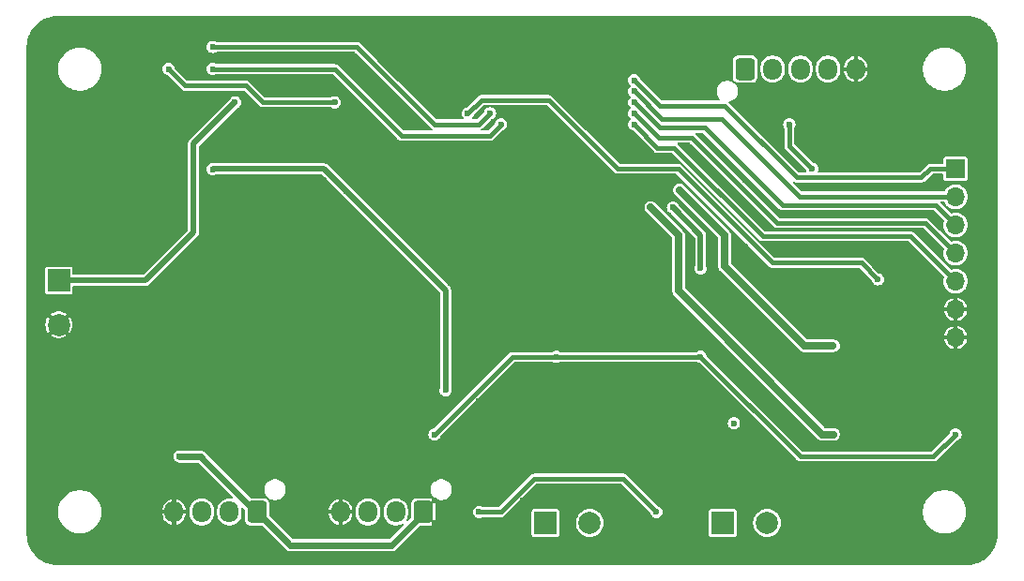
<source format=gbl>
%TF.GenerationSoftware,KiCad,Pcbnew,8.0.2*%
%TF.CreationDate,2024-12-26T16:34:37-05:00*%
%TF.ProjectId,Node Controller,4e6f6465-2043-46f6-9e74-726f6c6c6572,rev?*%
%TF.SameCoordinates,Original*%
%TF.FileFunction,Copper,L4,Bot*%
%TF.FilePolarity,Positive*%
%FSLAX46Y46*%
G04 Gerber Fmt 4.6, Leading zero omitted, Abs format (unit mm)*
G04 Created by KiCad (PCBNEW 8.0.2) date 2024-12-26 16:34:37*
%MOMM*%
%LPD*%
G01*
G04 APERTURE LIST*
G04 Aperture macros list*
%AMRoundRect*
0 Rectangle with rounded corners*
0 $1 Rounding radius*
0 $2 $3 $4 $5 $6 $7 $8 $9 X,Y pos of 4 corners*
0 Add a 4 corners polygon primitive as box body*
4,1,4,$2,$3,$4,$5,$6,$7,$8,$9,$2,$3,0*
0 Add four circle primitives for the rounded corners*
1,1,$1+$1,$2,$3*
1,1,$1+$1,$4,$5*
1,1,$1+$1,$6,$7*
1,1,$1+$1,$8,$9*
0 Add four rect primitives between the rounded corners*
20,1,$1+$1,$2,$3,$4,$5,0*
20,1,$1+$1,$4,$5,$6,$7,0*
20,1,$1+$1,$6,$7,$8,$9,0*
20,1,$1+$1,$8,$9,$2,$3,0*%
G04 Aperture macros list end*
%TA.AperFunction,ComponentPad*%
%ADD10RoundRect,0.250000X0.600000X0.725000X-0.600000X0.725000X-0.600000X-0.725000X0.600000X-0.725000X0*%
%TD*%
%TA.AperFunction,ComponentPad*%
%ADD11O,1.700000X1.950000*%
%TD*%
%TA.AperFunction,ComponentPad*%
%ADD12R,2.000000X2.000000*%
%TD*%
%TA.AperFunction,ComponentPad*%
%ADD13C,2.000000*%
%TD*%
%TA.AperFunction,ComponentPad*%
%ADD14R,1.700000X1.700000*%
%TD*%
%TA.AperFunction,ComponentPad*%
%ADD15O,1.700000X1.700000*%
%TD*%
%TA.AperFunction,ComponentPad*%
%ADD16RoundRect,0.250000X-0.600000X-0.725000X0.600000X-0.725000X0.600000X0.725000X-0.600000X0.725000X0*%
%TD*%
%TA.AperFunction,ViaPad*%
%ADD17C,0.600000*%
%TD*%
%TA.AperFunction,Conductor*%
%ADD18C,0.400000*%
%TD*%
%TA.AperFunction,Conductor*%
%ADD19C,0.600000*%
%TD*%
%TA.AperFunction,Conductor*%
%ADD20C,0.500000*%
%TD*%
%TA.AperFunction,Conductor*%
%ADD21C,0.635000*%
%TD*%
G04 APERTURE END LIST*
D10*
%TO.P,J12,1,Pin_1*%
%TO.N,3V3*%
X124000000Y-88000000D03*
D11*
%TO.P,J12,2,Pin_2*%
%TO.N,/Microcontroller/I2C1.SDA*%
X121500000Y-88000000D03*
%TO.P,J12,3,Pin_3*%
%TO.N,/Microcontroller/I2C1.SCL*%
X119000000Y-88000000D03*
%TO.P,J12,4,Pin_4*%
%TO.N,GND*%
X116500000Y-88000000D03*
%TD*%
D12*
%TO.P,J8,1,Pin_1*%
%TO.N,Net-(J8-Pin_1)*%
X166000000Y-89000000D03*
D13*
%TO.P,J8,2,Pin_2*%
%TO.N,/LED Driver_2/LED_-*%
X170000000Y-89000000D03*
%TD*%
D14*
%TO.P,J3,1,Pin_1*%
%TO.N,/Microcontroller/IO21*%
X187000000Y-57000000D03*
D15*
%TO.P,J3,2,Pin_2*%
%TO.N,/Microcontroller/IO22*%
X187000000Y-59540000D03*
%TO.P,J3,3,Pin_3*%
%TO.N,/Microcontroller/IO19*%
X187000000Y-62080000D03*
%TO.P,J3,4,Pin_4*%
%TO.N,/Microcontroller/IO23*%
X187000000Y-64620000D03*
%TO.P,J3,5,Pin_5*%
%TO.N,/Microcontroller/IO18*%
X187000000Y-67160000D03*
%TO.P,J3,6,Pin_6*%
%TO.N,GND*%
X187000000Y-69700000D03*
%TO.P,J3,7,Pin_7*%
X187000000Y-72240000D03*
%TD*%
D10*
%TO.P,J11,1,Pin_1*%
%TO.N,3V3*%
X139000000Y-88000000D03*
D11*
%TO.P,J11,2,Pin_2*%
%TO.N,/Microcontroller/I2C0.SDA*%
X136500000Y-88000000D03*
%TO.P,J11,3,Pin_3*%
%TO.N,/Microcontroller/I2C0.SCL*%
X134000000Y-88000000D03*
%TO.P,J11,4,Pin_4*%
%TO.N,GND*%
X131500000Y-88000000D03*
%TD*%
D16*
%TO.P,J1,1,Pin_1*%
%TO.N,/Microcontroller/CP2104.RXD*%
X168000000Y-48000000D03*
D11*
%TO.P,J1,2,Pin_2*%
%TO.N,/Microcontroller/CP2104.TXD*%
X170500000Y-48000000D03*
%TO.P,J1,3,Pin_3*%
%TO.N,/Microcontroller/CP2104.RTS*%
X173000000Y-48000000D03*
%TO.P,J1,4,Pin_4*%
%TO.N,/Microcontroller/CP2104.DTR*%
X175500000Y-48000000D03*
%TO.P,J1,5,Pin_5*%
%TO.N,GND*%
X178000000Y-48000000D03*
%TD*%
D12*
%TO.P,J9,1,Pin_1*%
%TO.N,VIN*%
X106100000Y-67100000D03*
D13*
%TO.P,J9,2,Pin_2*%
%TO.N,GND*%
X106100000Y-71100000D03*
%TD*%
D12*
%TO.P,J2,1,Pin_1*%
%TO.N,Net-(J2-Pin_1)*%
X150000000Y-89000000D03*
D13*
%TO.P,J2,2,Pin_2*%
%TO.N,/LED Driver_1/LED_-*%
X154000000Y-89000000D03*
%TD*%
D17*
%TO.N,*%
X167000000Y-80000000D03*
%TO.N,GND*%
X148000000Y-67000000D03*
X124000000Y-56000000D03*
X180000000Y-44000000D03*
X180000000Y-85000000D03*
X154000000Y-50000000D03*
X116000000Y-77000000D03*
X168000000Y-44000000D03*
X108000000Y-81000000D03*
X136000000Y-56000000D03*
X106420000Y-91700000D03*
X130000000Y-92000000D03*
X132000000Y-44000000D03*
X124000000Y-69000000D03*
X140000000Y-77000000D03*
X104000000Y-50000000D03*
X124000000Y-92000000D03*
X176000000Y-80000000D03*
X104000000Y-82000000D03*
X130000000Y-56000000D03*
X144000000Y-44000000D03*
X104000000Y-74000000D03*
X168000000Y-88000000D03*
X180000000Y-55000000D03*
X108000000Y-59000000D03*
X120000000Y-74000000D03*
X128000000Y-64000000D03*
X178000000Y-92000000D03*
X128000000Y-88000000D03*
X176000000Y-86000000D03*
X125000000Y-49000000D03*
X189690000Y-46480000D03*
X112000000Y-78000000D03*
X116000000Y-75000000D03*
X152000000Y-60000000D03*
X170000000Y-44000000D03*
X150000000Y-92000000D03*
X120000000Y-92000000D03*
X158000000Y-72000000D03*
X134000000Y-44000000D03*
X176000000Y-44000000D03*
X112000000Y-74000000D03*
X138000000Y-92000000D03*
X140000000Y-55000000D03*
X160000000Y-80000000D03*
X180000000Y-92000000D03*
X176000000Y-72000000D03*
X158000000Y-68000000D03*
X128000000Y-92000000D03*
X190000000Y-88000000D03*
X153000000Y-50000000D03*
X190000000Y-68000000D03*
X160000000Y-78000000D03*
X112000000Y-58000000D03*
X108000000Y-61000000D03*
X128000000Y-62000000D03*
X184000000Y-56000000D03*
X176000000Y-50000000D03*
X176000000Y-88000000D03*
X184000000Y-54000000D03*
X154000000Y-92000000D03*
X132000000Y-63000000D03*
X190000000Y-80000000D03*
X116000000Y-73250000D03*
X105171573Y-90828427D03*
X108000000Y-55000000D03*
X108000000Y-53000000D03*
X176000000Y-84000000D03*
X130000000Y-62000000D03*
X144000000Y-92000000D03*
X144000000Y-60000000D03*
X126000000Y-92000000D03*
X176000000Y-46000000D03*
X176000000Y-78000000D03*
X187520000Y-91690000D03*
X121000000Y-80000000D03*
X104000000Y-72000000D03*
X172000000Y-44000000D03*
X128000000Y-90000000D03*
X158500000Y-62000000D03*
X148000000Y-73000000D03*
X130000000Y-44000000D03*
X190000000Y-52000000D03*
X140000000Y-79000000D03*
X104000000Y-48000000D03*
X184000000Y-44000000D03*
X152000000Y-92000000D03*
X122000000Y-68000000D03*
X126000000Y-68000000D03*
X156000000Y-92000000D03*
X155000000Y-50000000D03*
X168000000Y-82000000D03*
X148000000Y-71000000D03*
X164000000Y-47000000D03*
X153000000Y-51000000D03*
X110000000Y-44000000D03*
X148000000Y-44000000D03*
X140000000Y-71000000D03*
X162000000Y-44000000D03*
X156000000Y-77000000D03*
X104000000Y-78000000D03*
X136000000Y-60000000D03*
X180000000Y-57000000D03*
X114000000Y-44000000D03*
X136000000Y-74000000D03*
X144000000Y-90000000D03*
X180000000Y-51000000D03*
X136000000Y-58000000D03*
X176000000Y-76000000D03*
X153000000Y-49000000D03*
X190000000Y-66000000D03*
X128000000Y-72000000D03*
X136000000Y-90000000D03*
X114000000Y-92000000D03*
X108000000Y-92000000D03*
X136000000Y-76000000D03*
X156000000Y-87000000D03*
X164000000Y-89000000D03*
X104000000Y-76000000D03*
X130000000Y-58000000D03*
X112000000Y-52000000D03*
X190000000Y-56000000D03*
X152000000Y-68000000D03*
X132000000Y-69000000D03*
X132000000Y-47000000D03*
X140000000Y-87000000D03*
X112000000Y-82000000D03*
X190000000Y-78000000D03*
X112000000Y-92000000D03*
X156000000Y-59500000D03*
X186000000Y-92000000D03*
X136000000Y-54000000D03*
X170000000Y-92000000D03*
X112000000Y-88000000D03*
X128000000Y-78000000D03*
X120000000Y-44000000D03*
X140000000Y-73000000D03*
X112000000Y-50000000D03*
X155000000Y-51000000D03*
X128000000Y-84000000D03*
X122000000Y-70000000D03*
X158000000Y-70000000D03*
X105171573Y-45171573D03*
X128000000Y-80000000D03*
X114000000Y-49000000D03*
X190000000Y-54000000D03*
X160500000Y-64000000D03*
X160000000Y-44000000D03*
X104000000Y-86000000D03*
X112000000Y-44000000D03*
X113000000Y-59000000D03*
X119000000Y-73250000D03*
X104000000Y-80000000D03*
X140000000Y-61000000D03*
X128000000Y-44000000D03*
X141000000Y-44000000D03*
X156000000Y-69000000D03*
X132000000Y-79000000D03*
X140000000Y-83000000D03*
X182000000Y-44000000D03*
X152000000Y-82000000D03*
X110000000Y-73000000D03*
X136000000Y-80000000D03*
X104000000Y-54000000D03*
X180000000Y-71000000D03*
X116000000Y-92000000D03*
X189700000Y-89580000D03*
X190000000Y-74000000D03*
X174000000Y-44000000D03*
X104000000Y-62000000D03*
X166000000Y-92000000D03*
X190000000Y-62000000D03*
X104000000Y-58000000D03*
X190000000Y-70000000D03*
X140000000Y-85000000D03*
X168000000Y-52000000D03*
X152000000Y-70000000D03*
X129000000Y-65000000D03*
X172000000Y-92000000D03*
X164000000Y-92000000D03*
X168000000Y-90000000D03*
X182000000Y-92000000D03*
X190000000Y-58000000D03*
X132000000Y-75000000D03*
X156000000Y-65000000D03*
X130000000Y-64000000D03*
X108000000Y-77000000D03*
X116000000Y-44000000D03*
X148000000Y-87000000D03*
X136000000Y-92000000D03*
X112000000Y-90000000D03*
X132000000Y-92000000D03*
X168000000Y-86000000D03*
X140000000Y-92000000D03*
X155000000Y-49000000D03*
X118000000Y-92000000D03*
X108000000Y-57000000D03*
X172000000Y-87000000D03*
X176000000Y-92000000D03*
X184000000Y-84000000D03*
X162000000Y-92000000D03*
X128000000Y-67000000D03*
X148000000Y-69000000D03*
X162000000Y-73000000D03*
X108000000Y-75000000D03*
X122000000Y-72000000D03*
X140000000Y-75000000D03*
X168000000Y-92000000D03*
X184000000Y-52000000D03*
X190000000Y-82000000D03*
X144000000Y-64000000D03*
X164000000Y-73000000D03*
X128000000Y-82000000D03*
X190000000Y-76000000D03*
X168000000Y-46000000D03*
X112000000Y-48000000D03*
X154000000Y-60000000D03*
X113000000Y-55000000D03*
X172000000Y-44000000D03*
X159000000Y-65000000D03*
X156000000Y-71000000D03*
X161000000Y-67000000D03*
X126000000Y-56000000D03*
X152000000Y-72000000D03*
X108000000Y-73000000D03*
X144000000Y-56000000D03*
X112000000Y-56000000D03*
X170000000Y-44000000D03*
X168000000Y-58000000D03*
X126000000Y-44000000D03*
X190000000Y-60000000D03*
X132000000Y-73000000D03*
X180000000Y-89000000D03*
X156000000Y-75000000D03*
X184000000Y-92000000D03*
X152000000Y-84000000D03*
X166000000Y-74000000D03*
X158000000Y-92000000D03*
X138000000Y-44000000D03*
X112000000Y-86000000D03*
X170000000Y-44000000D03*
X180000000Y-49000000D03*
X112000000Y-54000000D03*
X164000000Y-87000000D03*
X172000000Y-69000000D03*
X113000000Y-51000000D03*
X152000000Y-64000000D03*
X104000000Y-56000000D03*
X140000000Y-57000000D03*
X152000000Y-90000000D03*
X172000000Y-89000000D03*
X136000000Y-68000000D03*
X180000000Y-47000000D03*
X154000000Y-57500000D03*
X165000000Y-63000000D03*
X160000000Y-90000000D03*
X166000000Y-44000000D03*
X142000000Y-92000000D03*
X176000000Y-52000000D03*
X155000000Y-63000000D03*
X113000000Y-73250000D03*
X186000000Y-44000000D03*
X132000000Y-57000000D03*
X112000000Y-76000000D03*
X188828427Y-90828427D03*
X190000000Y-48000000D03*
X172000000Y-73000000D03*
X106480000Y-44310000D03*
X116000000Y-81000000D03*
X166000000Y-44000000D03*
X136000000Y-72000000D03*
X134000000Y-92000000D03*
X116000000Y-79000000D03*
X148000000Y-89000000D03*
X108000000Y-71000000D03*
X154000000Y-51000000D03*
X104300000Y-46420000D03*
X176000000Y-90000000D03*
X128000000Y-76000000D03*
X152000000Y-88000000D03*
X154000000Y-49000000D03*
X108000000Y-83000000D03*
X144000000Y-78000000D03*
X180000000Y-69000000D03*
X140000000Y-89000000D03*
X184000000Y-76000000D03*
X180000000Y-61000000D03*
X104000000Y-60000000D03*
X156500000Y-62500000D03*
X118000000Y-44000000D03*
X121000000Y-82000000D03*
X153000000Y-62000000D03*
X156000000Y-89000000D03*
X130000000Y-60000000D03*
X171000000Y-67000000D03*
X148000000Y-59000000D03*
X178000000Y-44000000D03*
X148000000Y-65000000D03*
X174000000Y-92000000D03*
X190000000Y-84000000D03*
X190000000Y-72000000D03*
X190000000Y-50000000D03*
X148000000Y-92000000D03*
X124000000Y-71000000D03*
X122000000Y-44000000D03*
X152000000Y-66000000D03*
X146000000Y-44000000D03*
X108000000Y-44000000D03*
X160000000Y-92000000D03*
X190000000Y-86000000D03*
X108000000Y-79000000D03*
X114000000Y-47000000D03*
X168000000Y-64000000D03*
X132000000Y-59000000D03*
X190000000Y-64000000D03*
X176000000Y-54000000D03*
X104000000Y-64000000D03*
X146000000Y-92000000D03*
X132000000Y-61000000D03*
X148000000Y-57000000D03*
X136000000Y-78000000D03*
X180000000Y-53000000D03*
X132000000Y-77000000D03*
X132000000Y-55000000D03*
X104000000Y-84000000D03*
X104000000Y-88000000D03*
X122000000Y-79000000D03*
X124000000Y-77000000D03*
X184000000Y-72000000D03*
X104000000Y-52000000D03*
X112000000Y-84000000D03*
X164000000Y-44000000D03*
X168000000Y-84000000D03*
X151000000Y-80000000D03*
X112000000Y-80000000D03*
X180000000Y-87000000D03*
X110000000Y-92000000D03*
X176000000Y-56000000D03*
X158000000Y-66000000D03*
X136000000Y-44000000D03*
X187580000Y-44300000D03*
X120000000Y-90000000D03*
X128000000Y-56000000D03*
X188828427Y-45171573D03*
X112000000Y-46000000D03*
X152000000Y-86000000D03*
X122000000Y-92000000D03*
X140000000Y-65000000D03*
X124000000Y-44000000D03*
X104310000Y-89520000D03*
%TO.N,3V3*%
X140000000Y-81000000D03*
X151000000Y-74000000D03*
X164000000Y-74000000D03*
X117000000Y-83000000D03*
X131000000Y-51000000D03*
X187000000Y-81000000D03*
X116000000Y-48000000D03*
%TO.N,VIN*%
X122000000Y-51000000D03*
%TO.N,5V*%
X141000000Y-77000000D03*
X144000000Y-88000000D03*
X160000000Y-88000000D03*
X120000000Y-57050000D03*
%TO.N,/Microcontroller/ESP_EN*%
X143000000Y-52000000D03*
X180000000Y-67000000D03*
%TO.N,/Microcontroller/IO19*%
X158000000Y-51000000D03*
%TO.N,/Microcontroller/IO22*%
X158000000Y-50000000D03*
%TO.N,/Microcontroller/IO21*%
X158000000Y-49000000D03*
%TO.N,/Microcontroller/RED*%
X159500000Y-60500000D03*
X176000000Y-81000000D03*
%TO.N,/Microcontroller/BLUE*%
X164000000Y-66000000D03*
X161500000Y-60500000D03*
%TO.N,/Microcontroller/GREEN*%
X162078060Y-58921940D03*
X176000000Y-73000000D03*
%TO.N,/Microcontroller/VER0*%
X145000000Y-52000000D03*
X120000000Y-46000000D03*
%TO.N,/Microcontroller/VER1*%
X146000000Y-53000000D03*
X120000000Y-48000000D03*
%TO.N,/Microcontroller/ESP.DTR*%
X172000000Y-53000000D03*
X174062500Y-57000000D03*
%TO.N,/Microcontroller/IO18*%
X158000000Y-53000000D03*
%TO.N,/Microcontroller/IO23*%
X158000000Y-52000000D03*
%TD*%
D18*
%TO.N,3V3*%
X185000000Y-83000000D02*
X187000000Y-81000000D01*
D19*
X136131371Y-91000000D02*
X139000000Y-88131371D01*
X127000000Y-91000000D02*
X136131371Y-91000000D01*
X118900000Y-83000000D02*
X117000000Y-83000000D01*
X124000000Y-88000000D02*
X127000000Y-91000000D01*
D18*
X164000000Y-74000000D02*
X173000000Y-83000000D01*
X147000000Y-74000000D02*
X151000000Y-74000000D01*
X131000000Y-51000000D02*
X124500000Y-51000000D01*
D19*
X139000000Y-88131371D02*
X139000000Y-88000000D01*
D18*
X117500000Y-49500000D02*
X116000000Y-48000000D01*
X173000000Y-83000000D02*
X185000000Y-83000000D01*
D19*
X123868629Y-88000000D02*
X119000000Y-83131371D01*
D18*
X124500000Y-51000000D02*
X123000000Y-49500000D01*
D19*
X119000000Y-83131371D02*
X119000000Y-83100000D01*
D18*
X151000000Y-74000000D02*
X164000000Y-74000000D01*
X123000000Y-49500000D02*
X117500000Y-49500000D01*
D19*
X124000000Y-88000000D02*
X123868629Y-88000000D01*
X119000000Y-83100000D02*
X118900000Y-83000000D01*
D18*
X140000000Y-81000000D02*
X147000000Y-74000000D01*
D20*
%TO.N,VIN*%
X113900000Y-67100000D02*
X106100000Y-67100000D01*
X122000000Y-51000000D02*
X118250000Y-54750000D01*
X118250000Y-62750000D02*
X113900000Y-67100000D01*
X118250000Y-54750000D02*
X118250000Y-62750000D01*
D18*
%TO.N,5V*%
X157000000Y-85000000D02*
X160000000Y-88000000D01*
X146000000Y-88000000D02*
X149000000Y-85000000D01*
D20*
X141000000Y-68000000D02*
X141000000Y-77000000D01*
D18*
X149000000Y-85000000D02*
X157000000Y-85000000D01*
D20*
X120050000Y-57000000D02*
X130000000Y-57000000D01*
X130000000Y-57000000D02*
X141000000Y-68000000D01*
D18*
X144000000Y-88000000D02*
X146000000Y-88000000D01*
D20*
X120000000Y-57050000D02*
X120050000Y-57000000D01*
D18*
%TO.N,/Microcontroller/ESP_EN*%
X162000000Y-57000000D02*
X162000000Y-57010050D01*
X162000000Y-57010050D02*
X170489950Y-65500000D01*
X156500000Y-57000000D02*
X162000000Y-57000000D01*
X144200000Y-50800000D02*
X150300000Y-50800000D01*
X143000000Y-52000000D02*
X144200000Y-50800000D01*
X150300000Y-50800000D02*
X156500000Y-57000000D01*
X178500000Y-65500000D02*
X180000000Y-67000000D01*
X170489950Y-65500000D02*
X178500000Y-65500000D01*
%TO.N,/Microcontroller/IO19*%
X158000000Y-51000000D02*
X160300000Y-53300000D01*
X185209950Y-60289950D02*
X187000000Y-62080000D01*
X171389950Y-60289950D02*
X185209950Y-60289950D01*
X164400000Y-53300000D02*
X171389950Y-60289950D01*
X160300000Y-53300000D02*
X164400000Y-53300000D01*
%TO.N,/Microcontroller/IO22*%
X165900000Y-52500000D02*
X160500000Y-52500000D01*
X172900000Y-59500000D02*
X165900000Y-52500000D01*
X187000000Y-59540000D02*
X186960000Y-59500000D01*
X160500000Y-52500000D02*
X158000000Y-50000000D01*
X186960000Y-59500000D02*
X172900000Y-59500000D01*
%TO.N,/Microcontroller/IO21*%
X184700000Y-57000000D02*
X187000000Y-57000000D01*
X160300000Y-51300000D02*
X166148528Y-51300000D01*
X172648528Y-57800000D02*
X183900000Y-57800000D01*
X166148528Y-51300000D02*
X172648528Y-57800000D01*
X183900000Y-57800000D02*
X184700000Y-57000000D01*
X158000000Y-49000000D02*
X160300000Y-51300000D01*
D21*
%TO.N,/Microcontroller/RED*%
X162000000Y-63000000D02*
X162000000Y-68000000D01*
X159500000Y-60500000D02*
X162000000Y-63000000D01*
X175000000Y-81000000D02*
X176000000Y-81000000D01*
X162000000Y-68000000D02*
X175000000Y-81000000D01*
D20*
%TO.N,/Microcontroller/BLUE*%
X161500000Y-60500000D02*
X164000000Y-63000000D01*
X164000000Y-63000000D02*
X164000000Y-66000000D01*
D21*
%TO.N,/Microcontroller/GREEN*%
X173375000Y-73000000D02*
X175875000Y-73000000D01*
X162078060Y-58921940D02*
X166150000Y-62993880D01*
X166150000Y-65775000D02*
X173375000Y-73000000D01*
X166150000Y-62993880D02*
X166150000Y-65775000D01*
D18*
%TO.N,/Microcontroller/VER0*%
X142989950Y-53000000D02*
X140000000Y-53000000D01*
X145000000Y-52000000D02*
X144000000Y-53000000D01*
X140000000Y-53000000D02*
X133000000Y-46000000D01*
X133000000Y-46000000D02*
X120000000Y-46000000D01*
X144000000Y-53000000D02*
X142989950Y-53000000D01*
%TO.N,/Microcontroller/VER1*%
X146000000Y-53000000D02*
X145000000Y-54000000D01*
X137000000Y-54000000D02*
X131000000Y-48000000D01*
X145000000Y-54000000D02*
X137000000Y-54000000D01*
X131000000Y-48000000D02*
X120000000Y-48000000D01*
%TO.N,/Microcontroller/ESP.DTR*%
X172000000Y-54937500D02*
X172000000Y-53000000D01*
X172000000Y-54937500D02*
X174062500Y-57000000D01*
%TO.N,/Microcontroller/IO18*%
X169600000Y-63100000D02*
X182940000Y-63100000D01*
X160089950Y-55100000D02*
X161600000Y-55100000D01*
X161600000Y-55100000D02*
X169600000Y-63100000D01*
X158000000Y-53000000D02*
X158000000Y-53010050D01*
X182940000Y-63100000D02*
X187000000Y-67160000D01*
X158000000Y-53010050D02*
X160089950Y-55100000D01*
%TO.N,/Microcontroller/IO23*%
X160200000Y-54200000D02*
X158000000Y-52000000D01*
X170910050Y-61900000D02*
X163210050Y-54200000D01*
X163210050Y-54200000D02*
X160200000Y-54200000D01*
X184280000Y-61900000D02*
X170910050Y-61900000D01*
X187000000Y-64620000D02*
X184280000Y-61900000D01*
%TD*%
%TA.AperFunction,Conductor*%
%TO.N,GND*%
G36*
X188002065Y-43200615D02*
G01*
X188309309Y-43217870D01*
X188317543Y-43218799D01*
X188618855Y-43269993D01*
X188626923Y-43271834D01*
X188920633Y-43356451D01*
X188928447Y-43359185D01*
X189210817Y-43476147D01*
X189218293Y-43479747D01*
X189485784Y-43627584D01*
X189492808Y-43631997D01*
X189742086Y-43808869D01*
X189748554Y-43814028D01*
X189901670Y-43950862D01*
X189976446Y-44017686D01*
X189982313Y-44023553D01*
X190065033Y-44116116D01*
X190185969Y-44251443D01*
X190191132Y-44257915D01*
X190346337Y-44476657D01*
X190368000Y-44507188D01*
X190372415Y-44514215D01*
X190520252Y-44781706D01*
X190523852Y-44789182D01*
X190640810Y-45071543D01*
X190643551Y-45079376D01*
X190728162Y-45373065D01*
X190730008Y-45381156D01*
X190781199Y-45682450D01*
X190782129Y-45690696D01*
X190799384Y-45997934D01*
X190799500Y-46002083D01*
X190799500Y-89997916D01*
X190799384Y-90002065D01*
X190782129Y-90309303D01*
X190781199Y-90317549D01*
X190730008Y-90618843D01*
X190728162Y-90626934D01*
X190643551Y-90920623D01*
X190640810Y-90928456D01*
X190523852Y-91210817D01*
X190520252Y-91218293D01*
X190372415Y-91485784D01*
X190368000Y-91492811D01*
X190191138Y-91742076D01*
X190185963Y-91748564D01*
X189982313Y-91976446D01*
X189976446Y-91982313D01*
X189748564Y-92185963D01*
X189742076Y-92191138D01*
X189492811Y-92368000D01*
X189485784Y-92372415D01*
X189218293Y-92520252D01*
X189210817Y-92523852D01*
X188928456Y-92640810D01*
X188920623Y-92643551D01*
X188626934Y-92728162D01*
X188618843Y-92730008D01*
X188317549Y-92781199D01*
X188309303Y-92782129D01*
X188002066Y-92799384D01*
X187997917Y-92799500D01*
X106002083Y-92799500D01*
X105997934Y-92799384D01*
X105690696Y-92782129D01*
X105682450Y-92781199D01*
X105381156Y-92730008D01*
X105373065Y-92728162D01*
X105079376Y-92643551D01*
X105071543Y-92640810D01*
X104789182Y-92523852D01*
X104781706Y-92520252D01*
X104514215Y-92372415D01*
X104507188Y-92368000D01*
X104363715Y-92266201D01*
X104257915Y-92191132D01*
X104251443Y-92185969D01*
X104062260Y-92016904D01*
X104023553Y-91982313D01*
X104017686Y-91976446D01*
X103950862Y-91901670D01*
X103814028Y-91748554D01*
X103808869Y-91742086D01*
X103631997Y-91492808D01*
X103627584Y-91485784D01*
X103610565Y-91454991D01*
X103479747Y-91218293D01*
X103476147Y-91210817D01*
X103450347Y-91148531D01*
X103359185Y-90928447D01*
X103356451Y-90920633D01*
X103271834Y-90626923D01*
X103269993Y-90618855D01*
X103218799Y-90317543D01*
X103217870Y-90309303D01*
X103213751Y-90235965D01*
X103200616Y-90002065D01*
X103200500Y-89997916D01*
X103200500Y-87872157D01*
X106049500Y-87872157D01*
X106049500Y-88127843D01*
X106056807Y-88183343D01*
X106082873Y-88381338D01*
X106149049Y-88628309D01*
X106149051Y-88628316D01*
X106246892Y-88864526D01*
X106246895Y-88864534D01*
X106374736Y-89085961D01*
X106374740Y-89085967D01*
X106530390Y-89288813D01*
X106711186Y-89469609D01*
X106914032Y-89625259D01*
X106914038Y-89625263D01*
X107135465Y-89753104D01*
X107371687Y-89850950D01*
X107618660Y-89917126D01*
X107872157Y-89950500D01*
X107872159Y-89950500D01*
X108127841Y-89950500D01*
X108127843Y-89950500D01*
X108381340Y-89917126D01*
X108628313Y-89850950D01*
X108864535Y-89753104D01*
X109085965Y-89625261D01*
X109288813Y-89469610D01*
X109469610Y-89288813D01*
X109625261Y-89085965D01*
X109753104Y-88864535D01*
X109850950Y-88628313D01*
X109917126Y-88381340D01*
X109950500Y-88127843D01*
X109950500Y-87872157D01*
X109937259Y-87771584D01*
X115450000Y-87771584D01*
X115450000Y-87825000D01*
X116055135Y-87825000D01*
X116025000Y-87937465D01*
X116025000Y-88062535D01*
X116055135Y-88175000D01*
X115450000Y-88175000D01*
X115450000Y-88228415D01*
X115490348Y-88431267D01*
X115490350Y-88431274D01*
X115569500Y-88622358D01*
X115684410Y-88794335D01*
X115830664Y-88940589D01*
X116002641Y-89055499D01*
X116193725Y-89134649D01*
X116193732Y-89134651D01*
X116324999Y-89160761D01*
X116325000Y-89160761D01*
X116325000Y-88444865D01*
X116437465Y-88475000D01*
X116562535Y-88475000D01*
X116675000Y-88444865D01*
X116675000Y-89160761D01*
X116806267Y-89134651D01*
X116806274Y-89134649D01*
X116997358Y-89055499D01*
X117169335Y-88940589D01*
X117169337Y-88940588D01*
X117315588Y-88794337D01*
X117315589Y-88794335D01*
X117430499Y-88622358D01*
X117509649Y-88431274D01*
X117509651Y-88431267D01*
X117550000Y-88228415D01*
X117550000Y-88175000D01*
X116944865Y-88175000D01*
X116975000Y-88062535D01*
X116975000Y-87937465D01*
X116944865Y-87825000D01*
X117550000Y-87825000D01*
X117550000Y-87788388D01*
X117899500Y-87788388D01*
X117899500Y-88211611D01*
X117926597Y-88382698D01*
X117926600Y-88382711D01*
X117980125Y-88547442D01*
X117980127Y-88547446D01*
X118058767Y-88701787D01*
X118153726Y-88832487D01*
X118160586Y-88841928D01*
X118283072Y-88964414D01*
X118283075Y-88964416D01*
X118283076Y-88964417D01*
X118423212Y-89066232D01*
X118577553Y-89144872D01*
X118577557Y-89144874D01*
X118742288Y-89198399D01*
X118742294Y-89198400D01*
X118742299Y-89198402D01*
X118856359Y-89216467D01*
X118913388Y-89225500D01*
X118913389Y-89225500D01*
X119086612Y-89225500D01*
X119134128Y-89217974D01*
X119257701Y-89198402D01*
X119257708Y-89198399D01*
X119257711Y-89198399D01*
X119422442Y-89144874D01*
X119422442Y-89144873D01*
X119422445Y-89144873D01*
X119576788Y-89066232D01*
X119716928Y-88964414D01*
X119839414Y-88841928D01*
X119941232Y-88701788D01*
X120019873Y-88547445D01*
X120061348Y-88419799D01*
X120073399Y-88382711D01*
X120073399Y-88382708D01*
X120073402Y-88382701D01*
X120100500Y-88211611D01*
X120100500Y-87788389D01*
X120100394Y-87787722D01*
X120075089Y-87627952D01*
X120073402Y-87617299D01*
X120073400Y-87617294D01*
X120073399Y-87617288D01*
X120019874Y-87452557D01*
X120019872Y-87452553D01*
X119941232Y-87298212D01*
X119839417Y-87158076D01*
X119839416Y-87158075D01*
X119839414Y-87158072D01*
X119716928Y-87035586D01*
X119716925Y-87035583D01*
X119716923Y-87035582D01*
X119576787Y-86933767D01*
X119422446Y-86855127D01*
X119422442Y-86855125D01*
X119257711Y-86801600D01*
X119257698Y-86801597D01*
X119086612Y-86774500D01*
X119086611Y-86774500D01*
X118913389Y-86774500D01*
X118913388Y-86774500D01*
X118742301Y-86801597D01*
X118742288Y-86801600D01*
X118577557Y-86855125D01*
X118577553Y-86855127D01*
X118423212Y-86933767D01*
X118283076Y-87035582D01*
X118160582Y-87158076D01*
X118058767Y-87298212D01*
X117980127Y-87452553D01*
X117980125Y-87452557D01*
X117926600Y-87617288D01*
X117926597Y-87617301D01*
X117899500Y-87788388D01*
X117550000Y-87788388D01*
X117550000Y-87771584D01*
X117509651Y-87568732D01*
X117509649Y-87568725D01*
X117430499Y-87377641D01*
X117315589Y-87205664D01*
X117169335Y-87059410D01*
X116997358Y-86944500D01*
X116806274Y-86865350D01*
X116806268Y-86865348D01*
X116675000Y-86839238D01*
X116675000Y-87555134D01*
X116562535Y-87525000D01*
X116437465Y-87525000D01*
X116325000Y-87555134D01*
X116325000Y-86839238D01*
X116324999Y-86839238D01*
X116193731Y-86865348D01*
X116193725Y-86865350D01*
X116002641Y-86944500D01*
X115830664Y-87059410D01*
X115830663Y-87059412D01*
X115684412Y-87205663D01*
X115684410Y-87205664D01*
X115569500Y-87377641D01*
X115490350Y-87568725D01*
X115490348Y-87568732D01*
X115450000Y-87771584D01*
X109937259Y-87771584D01*
X109917126Y-87618660D01*
X109850950Y-87371687D01*
X109753104Y-87135465D01*
X109636654Y-86933768D01*
X109625263Y-86914038D01*
X109625259Y-86914032D01*
X109469609Y-86711186D01*
X109288813Y-86530390D01*
X109085967Y-86374740D01*
X109085961Y-86374736D01*
X108864534Y-86246895D01*
X108864526Y-86246892D01*
X108628316Y-86149051D01*
X108628314Y-86149050D01*
X108628313Y-86149050D01*
X108595222Y-86140183D01*
X108381338Y-86082873D01*
X108194589Y-86058287D01*
X108127843Y-86049500D01*
X107872157Y-86049500D01*
X107813176Y-86057265D01*
X107618661Y-86082873D01*
X107371690Y-86149049D01*
X107371683Y-86149051D01*
X107135473Y-86246892D01*
X107135465Y-86246895D01*
X106914038Y-86374736D01*
X106914032Y-86374740D01*
X106711186Y-86530390D01*
X106530390Y-86711186D01*
X106374740Y-86914032D01*
X106374736Y-86914038D01*
X106246895Y-87135465D01*
X106246892Y-87135473D01*
X106149051Y-87371683D01*
X106149049Y-87371690D01*
X106082873Y-87618661D01*
X106060528Y-87788389D01*
X106049500Y-87872157D01*
X103200500Y-87872157D01*
X103200500Y-82999999D01*
X116444750Y-82999999D01*
X116448867Y-83031270D01*
X116449500Y-83040929D01*
X116449500Y-83072476D01*
X116457665Y-83102951D01*
X116459553Y-83112442D01*
X116463669Y-83143708D01*
X116475740Y-83172849D01*
X116478847Y-83182001D01*
X116487016Y-83212485D01*
X116487017Y-83212486D01*
X116502786Y-83239801D01*
X116507065Y-83248479D01*
X116519137Y-83277621D01*
X116519137Y-83277622D01*
X116519138Y-83277624D01*
X116519139Y-83277625D01*
X116538349Y-83302661D01*
X116543722Y-83310703D01*
X116559491Y-83338015D01*
X116581793Y-83360317D01*
X116588174Y-83367593D01*
X116607379Y-83392621D01*
X116607381Y-83392622D01*
X116607382Y-83392624D01*
X116632400Y-83411820D01*
X116639678Y-83418202D01*
X116661985Y-83440509D01*
X116679290Y-83450500D01*
X116689305Y-83456283D01*
X116697351Y-83461660D01*
X116722375Y-83480861D01*
X116751524Y-83492934D01*
X116760197Y-83497212D01*
X116787515Y-83512984D01*
X116817994Y-83521150D01*
X116827139Y-83524254D01*
X116856291Y-83536330D01*
X116887564Y-83540446D01*
X116897038Y-83542330D01*
X116927525Y-83550500D01*
X116959070Y-83550500D01*
X116968729Y-83551133D01*
X117000000Y-83555250D01*
X117031271Y-83551133D01*
X117040930Y-83550500D01*
X118609952Y-83550500D01*
X118662278Y-83572174D01*
X121755877Y-86665773D01*
X121777551Y-86718099D01*
X121755877Y-86770425D01*
X121703551Y-86792099D01*
X121691975Y-86791188D01*
X121586612Y-86774500D01*
X121586611Y-86774500D01*
X121413389Y-86774500D01*
X121413388Y-86774500D01*
X121242301Y-86801597D01*
X121242288Y-86801600D01*
X121077557Y-86855125D01*
X121077553Y-86855127D01*
X120923212Y-86933767D01*
X120783076Y-87035582D01*
X120660582Y-87158076D01*
X120558767Y-87298212D01*
X120480127Y-87452553D01*
X120480125Y-87452557D01*
X120426600Y-87617288D01*
X120426597Y-87617301D01*
X120399500Y-87788388D01*
X120399500Y-88211611D01*
X120426597Y-88382698D01*
X120426600Y-88382711D01*
X120480125Y-88547442D01*
X120480127Y-88547446D01*
X120558767Y-88701787D01*
X120653726Y-88832487D01*
X120660586Y-88841928D01*
X120783072Y-88964414D01*
X120783075Y-88964416D01*
X120783076Y-88964417D01*
X120923212Y-89066232D01*
X121077553Y-89144872D01*
X121077557Y-89144874D01*
X121242288Y-89198399D01*
X121242294Y-89198400D01*
X121242299Y-89198402D01*
X121356359Y-89216467D01*
X121413388Y-89225500D01*
X121413389Y-89225500D01*
X121586612Y-89225500D01*
X121634128Y-89217974D01*
X121757701Y-89198402D01*
X121757708Y-89198399D01*
X121757711Y-89198399D01*
X121922442Y-89144874D01*
X121922442Y-89144873D01*
X121922445Y-89144873D01*
X122076788Y-89066232D01*
X122216928Y-88964414D01*
X122339414Y-88841928D01*
X122441232Y-88701788D01*
X122519873Y-88547445D01*
X122561348Y-88419799D01*
X122573399Y-88382711D01*
X122573399Y-88382708D01*
X122573402Y-88382701D01*
X122600500Y-88211611D01*
X122600500Y-87788389D01*
X122583811Y-87683022D01*
X122597032Y-87627952D01*
X122645323Y-87598359D01*
X122700396Y-87611580D01*
X122709226Y-87619122D01*
X122877826Y-87787722D01*
X122899500Y-87840048D01*
X122899500Y-88772873D01*
X122905909Y-88832485D01*
X122956202Y-88967329D01*
X122956203Y-88967330D01*
X122956204Y-88967331D01*
X123042454Y-89082546D01*
X123146936Y-89160761D01*
X123157669Y-89168796D01*
X123157670Y-89168797D01*
X123268605Y-89210172D01*
X123292517Y-89219091D01*
X123352127Y-89225500D01*
X124416322Y-89225499D01*
X124468648Y-89247173D01*
X126661986Y-91440510D01*
X126687068Y-91454991D01*
X126787515Y-91512984D01*
X126787516Y-91512984D01*
X126787518Y-91512985D01*
X126857520Y-91531742D01*
X126927522Y-91550499D01*
X126927523Y-91550500D01*
X126927525Y-91550500D01*
X136203848Y-91550500D01*
X136203848Y-91550499D01*
X136302260Y-91524129D01*
X136343853Y-91512985D01*
X136343853Y-91512984D01*
X136343856Y-91512984D01*
X136469386Y-91440510D01*
X138662722Y-89247172D01*
X138715048Y-89225499D01*
X139647872Y-89225499D01*
X139707483Y-89219091D01*
X139829411Y-89173615D01*
X139842329Y-89168797D01*
X139842329Y-89168796D01*
X139842331Y-89168796D01*
X139957546Y-89082546D01*
X140043796Y-88967331D01*
X140053771Y-88940588D01*
X140082136Y-88864535D01*
X140094091Y-88832483D01*
X140100500Y-88772873D01*
X140100499Y-88000000D01*
X143444750Y-88000000D01*
X143463669Y-88143708D01*
X143498756Y-88228415D01*
X143519139Y-88277625D01*
X143607379Y-88392621D01*
X143722375Y-88480861D01*
X143856291Y-88536330D01*
X144000000Y-88555250D01*
X144143709Y-88536330D01*
X144277625Y-88480861D01*
X144286041Y-88474402D01*
X144297264Y-88465792D01*
X144342312Y-88450500D01*
X146059309Y-88450500D01*
X146149673Y-88426286D01*
X146149674Y-88426286D01*
X146160350Y-88423425D01*
X146173887Y-88419799D01*
X146276614Y-88360489D01*
X146661776Y-87975327D01*
X148749500Y-87975327D01*
X148749500Y-90024672D01*
X148764034Y-90097740D01*
X148818714Y-90179577D01*
X148819399Y-90180601D01*
X148902260Y-90235966D01*
X148975326Y-90250500D01*
X148975328Y-90250500D01*
X151024672Y-90250500D01*
X151024674Y-90250500D01*
X151097740Y-90235966D01*
X151180601Y-90180601D01*
X151235966Y-90097740D01*
X151250500Y-90024674D01*
X151250500Y-88999994D01*
X152744723Y-88999994D01*
X152744723Y-89000005D01*
X152763792Y-89217974D01*
X152763793Y-89217980D01*
X152820422Y-89429322D01*
X152820424Y-89429326D01*
X152820425Y-89429330D01*
X152912898Y-89627639D01*
X153038402Y-89806877D01*
X153193123Y-89961598D01*
X153372361Y-90087102D01*
X153570670Y-90179575D01*
X153570676Y-90179576D01*
X153570677Y-90179577D01*
X153782019Y-90236206D01*
X153782023Y-90236207D01*
X153844302Y-90241655D01*
X153999995Y-90255277D01*
X154000000Y-90255277D01*
X154000005Y-90255277D01*
X154136235Y-90243358D01*
X154217977Y-90236207D01*
X154429330Y-90179575D01*
X154627639Y-90087102D01*
X154806877Y-89961598D01*
X154961598Y-89806877D01*
X155087102Y-89627639D01*
X155179575Y-89429330D01*
X155236207Y-89217977D01*
X155247757Y-89085961D01*
X155255277Y-89000005D01*
X155255277Y-88999994D01*
X155236207Y-88782025D01*
X155236206Y-88782019D01*
X155179577Y-88570677D01*
X155179576Y-88570676D01*
X155179575Y-88570670D01*
X155087102Y-88372362D01*
X154961598Y-88193123D01*
X154806877Y-88038402D01*
X154806874Y-88038400D01*
X154806875Y-88038400D01*
X154739690Y-87991357D01*
X154627639Y-87912898D01*
X154429330Y-87820425D01*
X154429326Y-87820424D01*
X154429322Y-87820422D01*
X154217980Y-87763793D01*
X154217974Y-87763792D01*
X154000005Y-87744723D01*
X153999995Y-87744723D01*
X153782025Y-87763792D01*
X153782019Y-87763793D01*
X153570677Y-87820422D01*
X153570670Y-87820424D01*
X153570670Y-87820425D01*
X153372362Y-87912898D01*
X153372361Y-87912899D01*
X153193122Y-88038402D01*
X153038402Y-88193122D01*
X152969408Y-88291657D01*
X152912898Y-88372362D01*
X152820427Y-88570666D01*
X152820422Y-88570677D01*
X152763793Y-88782019D01*
X152763792Y-88782025D01*
X152744723Y-88999994D01*
X151250500Y-88999994D01*
X151250500Y-87975326D01*
X151235966Y-87902260D01*
X151180601Y-87819399D01*
X151176497Y-87816657D01*
X151097740Y-87764034D01*
X151096523Y-87763792D01*
X151024674Y-87749500D01*
X148975326Y-87749500D01*
X148926615Y-87759189D01*
X148902259Y-87764034D01*
X148819399Y-87819398D01*
X148819398Y-87819399D01*
X148764034Y-87902259D01*
X148749500Y-87975327D01*
X146661776Y-87975327D01*
X149164930Y-85472174D01*
X149217256Y-85450500D01*
X156782745Y-85450500D01*
X156835071Y-85472174D01*
X159439397Y-88076501D01*
X159460438Y-88119166D01*
X159463669Y-88143708D01*
X159498756Y-88228415D01*
X159519139Y-88277625D01*
X159607379Y-88392621D01*
X159722375Y-88480861D01*
X159856291Y-88536330D01*
X160000000Y-88555250D01*
X160143709Y-88536330D01*
X160277625Y-88480861D01*
X160392621Y-88392621D01*
X160480861Y-88277625D01*
X160536330Y-88143709D01*
X160555250Y-88000000D01*
X160552002Y-87975327D01*
X164749500Y-87975327D01*
X164749500Y-90024672D01*
X164764034Y-90097740D01*
X164818714Y-90179577D01*
X164819399Y-90180601D01*
X164902260Y-90235966D01*
X164975326Y-90250500D01*
X164975328Y-90250500D01*
X167024672Y-90250500D01*
X167024674Y-90250500D01*
X167097740Y-90235966D01*
X167180601Y-90180601D01*
X167235966Y-90097740D01*
X167250500Y-90024674D01*
X167250500Y-88999994D01*
X168744723Y-88999994D01*
X168744723Y-89000005D01*
X168763792Y-89217974D01*
X168763793Y-89217980D01*
X168820422Y-89429322D01*
X168820424Y-89429326D01*
X168820425Y-89429330D01*
X168912898Y-89627639D01*
X169038402Y-89806877D01*
X169193123Y-89961598D01*
X169372361Y-90087102D01*
X169570670Y-90179575D01*
X169570676Y-90179576D01*
X169570677Y-90179577D01*
X169782019Y-90236206D01*
X169782023Y-90236207D01*
X169844302Y-90241655D01*
X169999995Y-90255277D01*
X170000000Y-90255277D01*
X170000005Y-90255277D01*
X170136235Y-90243358D01*
X170217977Y-90236207D01*
X170429330Y-90179575D01*
X170627639Y-90087102D01*
X170806877Y-89961598D01*
X170961598Y-89806877D01*
X171087102Y-89627639D01*
X171179575Y-89429330D01*
X171236207Y-89217977D01*
X171247757Y-89085961D01*
X171255277Y-89000005D01*
X171255277Y-88999994D01*
X171236207Y-88782025D01*
X171236206Y-88782019D01*
X171179577Y-88570677D01*
X171179576Y-88570676D01*
X171179575Y-88570670D01*
X171087102Y-88372362D01*
X170961598Y-88193123D01*
X170806877Y-88038402D01*
X170806874Y-88038400D01*
X170806875Y-88038400D01*
X170739690Y-87991357D01*
X170627639Y-87912898D01*
X170540270Y-87872157D01*
X184049500Y-87872157D01*
X184049500Y-88127843D01*
X184056807Y-88183343D01*
X184082873Y-88381338D01*
X184149049Y-88628309D01*
X184149051Y-88628316D01*
X184246892Y-88864526D01*
X184246895Y-88864534D01*
X184374736Y-89085961D01*
X184374740Y-89085967D01*
X184530390Y-89288813D01*
X184711186Y-89469609D01*
X184914032Y-89625259D01*
X184914038Y-89625263D01*
X185135465Y-89753104D01*
X185371687Y-89850950D01*
X185618660Y-89917126D01*
X185872157Y-89950500D01*
X185872159Y-89950500D01*
X186127841Y-89950500D01*
X186127843Y-89950500D01*
X186381340Y-89917126D01*
X186628313Y-89850950D01*
X186864535Y-89753104D01*
X187085965Y-89625261D01*
X187288813Y-89469610D01*
X187469610Y-89288813D01*
X187625261Y-89085965D01*
X187753104Y-88864535D01*
X187850950Y-88628313D01*
X187917126Y-88381340D01*
X187950500Y-88127843D01*
X187950500Y-87872157D01*
X187917126Y-87618660D01*
X187850950Y-87371687D01*
X187753104Y-87135465D01*
X187636654Y-86933768D01*
X187625263Y-86914038D01*
X187625259Y-86914032D01*
X187469609Y-86711186D01*
X187288813Y-86530390D01*
X187085967Y-86374740D01*
X187085961Y-86374736D01*
X186864534Y-86246895D01*
X186864526Y-86246892D01*
X186628316Y-86149051D01*
X186628314Y-86149050D01*
X186628313Y-86149050D01*
X186595222Y-86140183D01*
X186381338Y-86082873D01*
X186194589Y-86058287D01*
X186127843Y-86049500D01*
X185872157Y-86049500D01*
X185813176Y-86057265D01*
X185618661Y-86082873D01*
X185371690Y-86149049D01*
X185371683Y-86149051D01*
X185135473Y-86246892D01*
X185135465Y-86246895D01*
X184914038Y-86374736D01*
X184914032Y-86374740D01*
X184711186Y-86530390D01*
X184530390Y-86711186D01*
X184374740Y-86914032D01*
X184374736Y-86914038D01*
X184246895Y-87135465D01*
X184246892Y-87135473D01*
X184149051Y-87371683D01*
X184149049Y-87371690D01*
X184082873Y-87618661D01*
X184060528Y-87788389D01*
X184049500Y-87872157D01*
X170540270Y-87872157D01*
X170429330Y-87820425D01*
X170429326Y-87820424D01*
X170429322Y-87820422D01*
X170217980Y-87763793D01*
X170217974Y-87763792D01*
X170000005Y-87744723D01*
X169999995Y-87744723D01*
X169782025Y-87763792D01*
X169782019Y-87763793D01*
X169570677Y-87820422D01*
X169570670Y-87820424D01*
X169570670Y-87820425D01*
X169372362Y-87912898D01*
X169372361Y-87912899D01*
X169193122Y-88038402D01*
X169038402Y-88193122D01*
X168969408Y-88291657D01*
X168912898Y-88372362D01*
X168820427Y-88570666D01*
X168820422Y-88570677D01*
X168763793Y-88782019D01*
X168763792Y-88782025D01*
X168744723Y-88999994D01*
X167250500Y-88999994D01*
X167250500Y-87975326D01*
X167235966Y-87902260D01*
X167180601Y-87819399D01*
X167176497Y-87816657D01*
X167097740Y-87764034D01*
X167096523Y-87763792D01*
X167024674Y-87749500D01*
X164975326Y-87749500D01*
X164926615Y-87759189D01*
X164902259Y-87764034D01*
X164819399Y-87819398D01*
X164819398Y-87819399D01*
X164764034Y-87902259D01*
X164749500Y-87975327D01*
X160552002Y-87975327D01*
X160536330Y-87856291D01*
X160480861Y-87722375D01*
X160392621Y-87607379D01*
X160277625Y-87519139D01*
X160277623Y-87519138D01*
X160143708Y-87463669D01*
X160119166Y-87460438D01*
X160076501Y-87439397D01*
X159389930Y-86752826D01*
X157276614Y-84639511D01*
X157276611Y-84639509D01*
X157276610Y-84639508D01*
X157173891Y-84580203D01*
X157173889Y-84580202D01*
X157173887Y-84580201D01*
X157172585Y-84579852D01*
X157149674Y-84573712D01*
X157149674Y-84573713D01*
X157059309Y-84549500D01*
X148940691Y-84549500D01*
X148940689Y-84549500D01*
X148850330Y-84573712D01*
X148850326Y-84573713D01*
X148836345Y-84577459D01*
X148826111Y-84580201D01*
X148723385Y-84639510D01*
X145835071Y-87527826D01*
X145782745Y-87549500D01*
X144342312Y-87549500D01*
X144297264Y-87534208D01*
X144277627Y-87519140D01*
X144277623Y-87519138D01*
X144143708Y-87463669D01*
X144000000Y-87444750D01*
X143856291Y-87463669D01*
X143722376Y-87519138D01*
X143607379Y-87607379D01*
X143519138Y-87722376D01*
X143463669Y-87856291D01*
X143444750Y-88000000D01*
X140100499Y-88000000D01*
X140100499Y-87227128D01*
X140094091Y-87167517D01*
X140090568Y-87158072D01*
X140043797Y-87032670D01*
X140043796Y-87032669D01*
X139982284Y-86950500D01*
X139957546Y-86917454D01*
X139842331Y-86831204D01*
X139842330Y-86831203D01*
X139842329Y-86831202D01*
X139707487Y-86780910D01*
X139707484Y-86780909D01*
X139707483Y-86780909D01*
X139647873Y-86774500D01*
X138352126Y-86774500D01*
X138292514Y-86780909D01*
X138157670Y-86831202D01*
X138157669Y-86831203D01*
X138042454Y-86917454D01*
X137956203Y-87032669D01*
X137956202Y-87032670D01*
X137905910Y-87167512D01*
X137905909Y-87167517D01*
X137899500Y-87227126D01*
X137899500Y-88422693D01*
X137877826Y-88475019D01*
X137548616Y-88804229D01*
X137496290Y-88825903D01*
X137443964Y-88804229D01*
X137422290Y-88751903D01*
X137436422Y-88708407D01*
X137441232Y-88701788D01*
X137519873Y-88547445D01*
X137561348Y-88419799D01*
X137573399Y-88382711D01*
X137573399Y-88382708D01*
X137573402Y-88382701D01*
X137600500Y-88211611D01*
X137600500Y-87788389D01*
X137600394Y-87787722D01*
X137575089Y-87627952D01*
X137573402Y-87617299D01*
X137573400Y-87617294D01*
X137573399Y-87617288D01*
X137519874Y-87452557D01*
X137519872Y-87452553D01*
X137441232Y-87298212D01*
X137339417Y-87158076D01*
X137339416Y-87158075D01*
X137339414Y-87158072D01*
X137216928Y-87035586D01*
X137216925Y-87035583D01*
X137216923Y-87035582D01*
X137076787Y-86933767D01*
X136922446Y-86855127D01*
X136922442Y-86855125D01*
X136757711Y-86801600D01*
X136757698Y-86801597D01*
X136586612Y-86774500D01*
X136586611Y-86774500D01*
X136413389Y-86774500D01*
X136413388Y-86774500D01*
X136242301Y-86801597D01*
X136242288Y-86801600D01*
X136077557Y-86855125D01*
X136077553Y-86855127D01*
X135923212Y-86933767D01*
X135783076Y-87035582D01*
X135660582Y-87158076D01*
X135558767Y-87298212D01*
X135480127Y-87452553D01*
X135480125Y-87452557D01*
X135426600Y-87617288D01*
X135426597Y-87617301D01*
X135399500Y-87788388D01*
X135399500Y-88211611D01*
X135426597Y-88382698D01*
X135426600Y-88382711D01*
X135480125Y-88547442D01*
X135480127Y-88547446D01*
X135558767Y-88701787D01*
X135653726Y-88832487D01*
X135660586Y-88841928D01*
X135783072Y-88964414D01*
X135783075Y-88964416D01*
X135783076Y-88964417D01*
X135923212Y-89066232D01*
X136077553Y-89144872D01*
X136077557Y-89144874D01*
X136242288Y-89198399D01*
X136242294Y-89198400D01*
X136242299Y-89198402D01*
X136356359Y-89216467D01*
X136413388Y-89225500D01*
X136413389Y-89225500D01*
X136586612Y-89225500D01*
X136634128Y-89217974D01*
X136757701Y-89198402D01*
X136757708Y-89198399D01*
X136757711Y-89198399D01*
X136922442Y-89144874D01*
X136922442Y-89144873D01*
X136922445Y-89144873D01*
X137076788Y-89066232D01*
X137083403Y-89061425D01*
X137138473Y-89048199D01*
X137186766Y-89077788D01*
X137199993Y-89132859D01*
X137179229Y-89173615D01*
X135925020Y-90427826D01*
X135872694Y-90449500D01*
X127258676Y-90449500D01*
X127206350Y-90427826D01*
X125122173Y-88343648D01*
X125100499Y-88291322D01*
X125100499Y-87771584D01*
X130450000Y-87771584D01*
X130450000Y-87825000D01*
X131055135Y-87825000D01*
X131025000Y-87937465D01*
X131025000Y-88062535D01*
X131055135Y-88175000D01*
X130450000Y-88175000D01*
X130450000Y-88228415D01*
X130490348Y-88431267D01*
X130490350Y-88431274D01*
X130569500Y-88622358D01*
X130684410Y-88794335D01*
X130830664Y-88940589D01*
X131002641Y-89055499D01*
X131193725Y-89134649D01*
X131193732Y-89134651D01*
X131324999Y-89160761D01*
X131325000Y-89160761D01*
X131325000Y-88444865D01*
X131437465Y-88475000D01*
X131562535Y-88475000D01*
X131675000Y-88444865D01*
X131675000Y-89160761D01*
X131806267Y-89134651D01*
X131806274Y-89134649D01*
X131997358Y-89055499D01*
X132169335Y-88940589D01*
X132169337Y-88940588D01*
X132315588Y-88794337D01*
X132315589Y-88794335D01*
X132430499Y-88622358D01*
X132509649Y-88431274D01*
X132509651Y-88431267D01*
X132550000Y-88228415D01*
X132550000Y-88175000D01*
X131944865Y-88175000D01*
X131975000Y-88062535D01*
X131975000Y-87937465D01*
X131944865Y-87825000D01*
X132550000Y-87825000D01*
X132550000Y-87788388D01*
X132899500Y-87788388D01*
X132899500Y-88211611D01*
X132926597Y-88382698D01*
X132926600Y-88382711D01*
X132980125Y-88547442D01*
X132980127Y-88547446D01*
X133058767Y-88701787D01*
X133153726Y-88832487D01*
X133160586Y-88841928D01*
X133283072Y-88964414D01*
X133283075Y-88964416D01*
X133283076Y-88964417D01*
X133423212Y-89066232D01*
X133577553Y-89144872D01*
X133577557Y-89144874D01*
X133742288Y-89198399D01*
X133742294Y-89198400D01*
X133742299Y-89198402D01*
X133856359Y-89216467D01*
X133913388Y-89225500D01*
X133913389Y-89225500D01*
X134086612Y-89225500D01*
X134134128Y-89217974D01*
X134257701Y-89198402D01*
X134257708Y-89198399D01*
X134257711Y-89198399D01*
X134422442Y-89144874D01*
X134422442Y-89144873D01*
X134422445Y-89144873D01*
X134576788Y-89066232D01*
X134716928Y-88964414D01*
X134839414Y-88841928D01*
X134941232Y-88701788D01*
X135019873Y-88547445D01*
X135061348Y-88419799D01*
X135073399Y-88382711D01*
X135073399Y-88382708D01*
X135073402Y-88382701D01*
X135100500Y-88211611D01*
X135100500Y-87788389D01*
X135100394Y-87787722D01*
X135075089Y-87627952D01*
X135073402Y-87617299D01*
X135073400Y-87617294D01*
X135073399Y-87617288D01*
X135019874Y-87452557D01*
X135019872Y-87452553D01*
X134941232Y-87298212D01*
X134839417Y-87158076D01*
X134839416Y-87158075D01*
X134839414Y-87158072D01*
X134716928Y-87035586D01*
X134716925Y-87035583D01*
X134716923Y-87035582D01*
X134576787Y-86933767D01*
X134422446Y-86855127D01*
X134422442Y-86855125D01*
X134257711Y-86801600D01*
X134257698Y-86801597D01*
X134086612Y-86774500D01*
X134086611Y-86774500D01*
X133913389Y-86774500D01*
X133913388Y-86774500D01*
X133742301Y-86801597D01*
X133742288Y-86801600D01*
X133577557Y-86855125D01*
X133577553Y-86855127D01*
X133423212Y-86933767D01*
X133283076Y-87035582D01*
X133160582Y-87158076D01*
X133058767Y-87298212D01*
X132980127Y-87452553D01*
X132980125Y-87452557D01*
X132926600Y-87617288D01*
X132926597Y-87617301D01*
X132899500Y-87788388D01*
X132550000Y-87788388D01*
X132550000Y-87771584D01*
X132509651Y-87568732D01*
X132509649Y-87568725D01*
X132430499Y-87377641D01*
X132315589Y-87205664D01*
X132169335Y-87059410D01*
X131997358Y-86944500D01*
X131806274Y-86865350D01*
X131806268Y-86865348D01*
X131675000Y-86839238D01*
X131675000Y-87555134D01*
X131562535Y-87525000D01*
X131437465Y-87525000D01*
X131325000Y-87555134D01*
X131325000Y-86839238D01*
X131324999Y-86839238D01*
X131193731Y-86865348D01*
X131193725Y-86865350D01*
X131002641Y-86944500D01*
X130830664Y-87059410D01*
X130830663Y-87059412D01*
X130684412Y-87205663D01*
X130684410Y-87205664D01*
X130569500Y-87377641D01*
X130490350Y-87568725D01*
X130490348Y-87568732D01*
X130450000Y-87771584D01*
X125100499Y-87771584D01*
X125100499Y-87227126D01*
X125098192Y-87205664D01*
X125094091Y-87167517D01*
X125090568Y-87158072D01*
X125043797Y-87032670D01*
X125043796Y-87032669D01*
X124982284Y-86950500D01*
X124957546Y-86917454D01*
X124842331Y-86831204D01*
X124842330Y-86831203D01*
X124842329Y-86831202D01*
X124707487Y-86780910D01*
X124707484Y-86780909D01*
X124707483Y-86780909D01*
X124677678Y-86777704D01*
X124647874Y-86774500D01*
X124647873Y-86774500D01*
X123452306Y-86774500D01*
X123399980Y-86752826D01*
X122553538Y-85906384D01*
X124649500Y-85906384D01*
X124649500Y-86093615D01*
X124686025Y-86277244D01*
X124686027Y-86277251D01*
X124757678Y-86450231D01*
X124861698Y-86605908D01*
X124994092Y-86738302D01*
X125149769Y-86842322D01*
X125322749Y-86913973D01*
X125506384Y-86950500D01*
X125506385Y-86950500D01*
X125693615Y-86950500D01*
X125693616Y-86950500D01*
X125877251Y-86913973D01*
X126050231Y-86842322D01*
X126205908Y-86738302D01*
X126338302Y-86605908D01*
X126442322Y-86450231D01*
X126513973Y-86277251D01*
X126550500Y-86093616D01*
X126550500Y-85906384D01*
X139649500Y-85906384D01*
X139649500Y-86093615D01*
X139686025Y-86277244D01*
X139686027Y-86277251D01*
X139757678Y-86450231D01*
X139861698Y-86605908D01*
X139994092Y-86738302D01*
X140149769Y-86842322D01*
X140322749Y-86913973D01*
X140506384Y-86950500D01*
X140506385Y-86950500D01*
X140693615Y-86950500D01*
X140693616Y-86950500D01*
X140877251Y-86913973D01*
X141050231Y-86842322D01*
X141205908Y-86738302D01*
X141338302Y-86605908D01*
X141442322Y-86450231D01*
X141513973Y-86277251D01*
X141550500Y-86093616D01*
X141550500Y-85906384D01*
X141513973Y-85722749D01*
X141442322Y-85549769D01*
X141338302Y-85394092D01*
X141205908Y-85261698D01*
X141050231Y-85157678D01*
X141050228Y-85157676D01*
X141050227Y-85157676D01*
X140877251Y-85086027D01*
X140877244Y-85086025D01*
X140738902Y-85058507D01*
X140693616Y-85049500D01*
X140506384Y-85049500D01*
X140470056Y-85056725D01*
X140322755Y-85086025D01*
X140322748Y-85086027D01*
X140149772Y-85157676D01*
X139994092Y-85261697D01*
X139994091Y-85261699D01*
X139861699Y-85394091D01*
X139861697Y-85394092D01*
X139757676Y-85549772D01*
X139686027Y-85722748D01*
X139686025Y-85722755D01*
X139649500Y-85906384D01*
X126550500Y-85906384D01*
X126513973Y-85722749D01*
X126442322Y-85549769D01*
X126338302Y-85394092D01*
X126205908Y-85261698D01*
X126050231Y-85157678D01*
X126050228Y-85157676D01*
X126050227Y-85157676D01*
X125877251Y-85086027D01*
X125877244Y-85086025D01*
X125738902Y-85058507D01*
X125693616Y-85049500D01*
X125506384Y-85049500D01*
X125470056Y-85056725D01*
X125322755Y-85086025D01*
X125322748Y-85086027D01*
X125149772Y-85157676D01*
X124994092Y-85261697D01*
X124994091Y-85261699D01*
X124861699Y-85394091D01*
X124861697Y-85394092D01*
X124757676Y-85549772D01*
X124686027Y-85722748D01*
X124686025Y-85722755D01*
X124649500Y-85906384D01*
X122553538Y-85906384D01*
X119490248Y-82843094D01*
X119478486Y-82827763D01*
X119477534Y-82826114D01*
X119440510Y-82761985D01*
X119238015Y-82559490D01*
X119183171Y-82527826D01*
X119112482Y-82487014D01*
X118972477Y-82449500D01*
X118972475Y-82449500D01*
X117040930Y-82449500D01*
X117031271Y-82448867D01*
X117000000Y-82444750D01*
X116968729Y-82448867D01*
X116959070Y-82449500D01*
X116927525Y-82449500D01*
X116897050Y-82457665D01*
X116887559Y-82459553D01*
X116856289Y-82463670D01*
X116827144Y-82475741D01*
X116817984Y-82478851D01*
X116787514Y-82487016D01*
X116760193Y-82502788D01*
X116751518Y-82507066D01*
X116722372Y-82519139D01*
X116697345Y-82538342D01*
X116689304Y-82543716D01*
X116661984Y-82559491D01*
X116639679Y-82581795D01*
X116632406Y-82588173D01*
X116607380Y-82607377D01*
X116607377Y-82607380D01*
X116588173Y-82632406D01*
X116581795Y-82639679D01*
X116559491Y-82661984D01*
X116543716Y-82689304D01*
X116538342Y-82697345D01*
X116519139Y-82722372D01*
X116507066Y-82751518D01*
X116502788Y-82760193D01*
X116487016Y-82787514D01*
X116478851Y-82817984D01*
X116475741Y-82827144D01*
X116463670Y-82856289D01*
X116459553Y-82887559D01*
X116457665Y-82897050D01*
X116449500Y-82927524D01*
X116449500Y-82959069D01*
X116448867Y-82968728D01*
X116444750Y-82999999D01*
X103200500Y-82999999D01*
X103200500Y-81000000D01*
X139444750Y-81000000D01*
X139463669Y-81143708D01*
X139494956Y-81219241D01*
X139519139Y-81277625D01*
X139607379Y-81392621D01*
X139722375Y-81480861D01*
X139856291Y-81536330D01*
X140000000Y-81555250D01*
X140143709Y-81536330D01*
X140277625Y-81480861D01*
X140392621Y-81392621D01*
X140480861Y-81277625D01*
X140536330Y-81143709D01*
X140539560Y-81119169D01*
X140560600Y-81076501D01*
X141637101Y-80000000D01*
X166444750Y-80000000D01*
X166463669Y-80143708D01*
X166519138Y-80277623D01*
X166519139Y-80277625D01*
X166607379Y-80392621D01*
X166722375Y-80480861D01*
X166856291Y-80536330D01*
X167000000Y-80555250D01*
X167143709Y-80536330D01*
X167277625Y-80480861D01*
X167392621Y-80392621D01*
X167480861Y-80277625D01*
X167536330Y-80143709D01*
X167555250Y-80000000D01*
X167536330Y-79856291D01*
X167480861Y-79722375D01*
X167392621Y-79607379D01*
X167277625Y-79519139D01*
X167277623Y-79519138D01*
X167143708Y-79463669D01*
X167000000Y-79444750D01*
X166856291Y-79463669D01*
X166722376Y-79519138D01*
X166607379Y-79607379D01*
X166519138Y-79722376D01*
X166463669Y-79856291D01*
X166444750Y-80000000D01*
X141637101Y-80000000D01*
X147164929Y-74472174D01*
X147217255Y-74450500D01*
X150657688Y-74450500D01*
X150702736Y-74465792D01*
X150722372Y-74480859D01*
X150722375Y-74480861D01*
X150856291Y-74536330D01*
X151000000Y-74555250D01*
X151143709Y-74536330D01*
X151277625Y-74480861D01*
X151288946Y-74472174D01*
X151297264Y-74465792D01*
X151342312Y-74450500D01*
X163657688Y-74450500D01*
X163702736Y-74465792D01*
X163722372Y-74480859D01*
X163722375Y-74480861D01*
X163856291Y-74536330D01*
X163880829Y-74539560D01*
X163923498Y-74560601D01*
X172723386Y-83360489D01*
X172826113Y-83419799D01*
X172826115Y-83419799D01*
X172826116Y-83419800D01*
X172834184Y-83421961D01*
X172850326Y-83426286D01*
X172922618Y-83445657D01*
X172940690Y-83450500D01*
X172940691Y-83450500D01*
X185059309Y-83450500D01*
X185149673Y-83426286D01*
X185149674Y-83426286D01*
X185160350Y-83423425D01*
X185173887Y-83419799D01*
X185276614Y-83360489D01*
X187076501Y-81560600D01*
X187119169Y-81539560D01*
X187143709Y-81536330D01*
X187277625Y-81480861D01*
X187392621Y-81392621D01*
X187480861Y-81277625D01*
X187536330Y-81143709D01*
X187555250Y-81000000D01*
X187536330Y-80856291D01*
X187480861Y-80722375D01*
X187392621Y-80607379D01*
X187277625Y-80519139D01*
X187277623Y-80519138D01*
X187143708Y-80463669D01*
X187000000Y-80444750D01*
X186856291Y-80463669D01*
X186722376Y-80519138D01*
X186607379Y-80607379D01*
X186519138Y-80722376D01*
X186463670Y-80856290D01*
X186460438Y-80880834D01*
X186439397Y-80923498D01*
X184835071Y-82527826D01*
X184782745Y-82549500D01*
X173217255Y-82549500D01*
X173164929Y-82527826D01*
X164560601Y-73923498D01*
X164539560Y-73880829D01*
X164536330Y-73856294D01*
X164536330Y-73856291D01*
X164480861Y-73722375D01*
X164392621Y-73607379D01*
X164277625Y-73519139D01*
X164277623Y-73519138D01*
X164143708Y-73463669D01*
X164000000Y-73444750D01*
X163856291Y-73463669D01*
X163722376Y-73519138D01*
X163722372Y-73519140D01*
X163702736Y-73534208D01*
X163657688Y-73549500D01*
X151342312Y-73549500D01*
X151297264Y-73534208D01*
X151277627Y-73519140D01*
X151277623Y-73519138D01*
X151143708Y-73463669D01*
X151000000Y-73444750D01*
X150856291Y-73463669D01*
X150722376Y-73519138D01*
X150722372Y-73519140D01*
X150702736Y-73534208D01*
X150657688Y-73549500D01*
X146940689Y-73549500D01*
X146871651Y-73567999D01*
X146850326Y-73573713D01*
X146836345Y-73577459D01*
X146826111Y-73580201D01*
X146723389Y-73639508D01*
X139923498Y-80439397D01*
X139880834Y-80460438D01*
X139856290Y-80463670D01*
X139722376Y-80519138D01*
X139607379Y-80607379D01*
X139519138Y-80722376D01*
X139463669Y-80856291D01*
X139444750Y-81000000D01*
X103200500Y-81000000D01*
X103200500Y-71099996D01*
X104894859Y-71099996D01*
X104894859Y-71100003D01*
X104915377Y-71321432D01*
X104915379Y-71321445D01*
X104976237Y-71535342D01*
X104976239Y-71535346D01*
X105075368Y-71734426D01*
X105075370Y-71734429D01*
X105136772Y-71815738D01*
X105532246Y-71420264D01*
X105595112Y-71514351D01*
X105685649Y-71604888D01*
X105779733Y-71667752D01*
X105381166Y-72066319D01*
X105562817Y-72178794D01*
X105562827Y-72178799D01*
X105770194Y-72259134D01*
X105988800Y-72299999D01*
X105988806Y-72300000D01*
X106211194Y-72300000D01*
X106211199Y-72299999D01*
X106429805Y-72259134D01*
X106637177Y-72178797D01*
X106818832Y-72066319D01*
X106420265Y-71667752D01*
X106514351Y-71604888D01*
X106604888Y-71514351D01*
X106667752Y-71420265D01*
X107063226Y-71815739D01*
X107124629Y-71734428D01*
X107124631Y-71734426D01*
X107223760Y-71535346D01*
X107223762Y-71535342D01*
X107284620Y-71321445D01*
X107284622Y-71321432D01*
X107305141Y-71100003D01*
X107305141Y-71099996D01*
X107284622Y-70878567D01*
X107284620Y-70878554D01*
X107223762Y-70664657D01*
X107223760Y-70664653D01*
X107124631Y-70465573D01*
X107124629Y-70465570D01*
X107063225Y-70384259D01*
X106667752Y-70779733D01*
X106604888Y-70685649D01*
X106514351Y-70595112D01*
X106420264Y-70532246D01*
X106818832Y-70133679D01*
X106637182Y-70021205D01*
X106637172Y-70021200D01*
X106429805Y-69940865D01*
X106211199Y-69900000D01*
X105988800Y-69900000D01*
X105770194Y-69940865D01*
X105562827Y-70021200D01*
X105562817Y-70021205D01*
X105381165Y-70133678D01*
X105779734Y-70532247D01*
X105685649Y-70595112D01*
X105595112Y-70685649D01*
X105532247Y-70779734D01*
X105136772Y-70384259D01*
X105075368Y-70465574D01*
X105075367Y-70465577D01*
X104976239Y-70664653D01*
X104976237Y-70664657D01*
X104915379Y-70878554D01*
X104915377Y-70878567D01*
X104894859Y-71099996D01*
X103200500Y-71099996D01*
X103200500Y-66075326D01*
X104849500Y-66075326D01*
X104849500Y-68124674D01*
X104861627Y-68185639D01*
X104864034Y-68197740D01*
X104905967Y-68260499D01*
X104919399Y-68280601D01*
X105002260Y-68335966D01*
X105075326Y-68350500D01*
X105075328Y-68350500D01*
X107124672Y-68350500D01*
X107124674Y-68350500D01*
X107197740Y-68335966D01*
X107280601Y-68280601D01*
X107335966Y-68197740D01*
X107350500Y-68124674D01*
X107350500Y-67674500D01*
X107372174Y-67622174D01*
X107424500Y-67600500D01*
X113965894Y-67600500D01*
X113965894Y-67600499D01*
X114093186Y-67566392D01*
X114207314Y-67500500D01*
X118650500Y-63057314D01*
X118716392Y-62943186D01*
X118750499Y-62815894D01*
X118750500Y-62815894D01*
X118750500Y-57050000D01*
X119444750Y-57050000D01*
X119463669Y-57193708D01*
X119509278Y-57303819D01*
X119519139Y-57327625D01*
X119607379Y-57442621D01*
X119722375Y-57530861D01*
X119856291Y-57586330D01*
X120000000Y-57605250D01*
X120143709Y-57586330D01*
X120277625Y-57530861D01*
X120288946Y-57522174D01*
X120297264Y-57515792D01*
X120342312Y-57500500D01*
X129762034Y-57500500D01*
X129814360Y-57522174D01*
X140477826Y-68185639D01*
X140499500Y-68237965D01*
X140499500Y-76755069D01*
X140493867Y-76783387D01*
X140463669Y-76856291D01*
X140444750Y-77000000D01*
X140463669Y-77143708D01*
X140519138Y-77277623D01*
X140519139Y-77277625D01*
X140607379Y-77392621D01*
X140722375Y-77480861D01*
X140856291Y-77536330D01*
X141000000Y-77555250D01*
X141143709Y-77536330D01*
X141277625Y-77480861D01*
X141392621Y-77392621D01*
X141480861Y-77277625D01*
X141536330Y-77143709D01*
X141555250Y-77000000D01*
X141536330Y-76856291D01*
X141506133Y-76783387D01*
X141500500Y-76755069D01*
X141500500Y-67934106D01*
X141500499Y-67934105D01*
X141492587Y-67904578D01*
X141466392Y-67806814D01*
X141400500Y-67692686D01*
X141307314Y-67599500D01*
X141304735Y-67596921D01*
X141304724Y-67596911D01*
X134133032Y-60425218D01*
X158932000Y-60425218D01*
X158932000Y-60574781D01*
X158970706Y-60719236D01*
X158970708Y-60719241D01*
X159045484Y-60848756D01*
X159045485Y-60848757D01*
X159045487Y-60848760D01*
X161410326Y-63213599D01*
X161432000Y-63265924D01*
X161432000Y-68074781D01*
X161470706Y-68219236D01*
X161470708Y-68219241D01*
X161545484Y-68348756D01*
X161545485Y-68348757D01*
X161545487Y-68348760D01*
X174651240Y-81454513D01*
X174651242Y-81454514D01*
X174651243Y-81454515D01*
X174780758Y-81529291D01*
X174780760Y-81529292D01*
X174780761Y-81529292D01*
X174780763Y-81529293D01*
X174807026Y-81536330D01*
X174925218Y-81567999D01*
X174925219Y-81568000D01*
X174925221Y-81568000D01*
X176074781Y-81568000D01*
X176074781Y-81567999D01*
X176219240Y-81529292D01*
X176348760Y-81454513D01*
X176454513Y-81348760D01*
X176529292Y-81219240D01*
X176567999Y-81074781D01*
X176568000Y-81074781D01*
X176568000Y-80925219D01*
X176567999Y-80925218D01*
X176529293Y-80780763D01*
X176529291Y-80780758D01*
X176454515Y-80651243D01*
X176454514Y-80651242D01*
X176454513Y-80651240D01*
X176348760Y-80545487D01*
X176348757Y-80545485D01*
X176348756Y-80545484D01*
X176219241Y-80470708D01*
X176219236Y-80470706D01*
X176074781Y-80432000D01*
X176074779Y-80432000D01*
X175265925Y-80432000D01*
X175213599Y-80410326D01*
X162589674Y-67786401D01*
X162568000Y-67734075D01*
X162568000Y-62925219D01*
X162567999Y-62925218D01*
X162566359Y-62919099D01*
X162529292Y-62780760D01*
X162525759Y-62774640D01*
X162454515Y-62651243D01*
X162454514Y-62651242D01*
X162454513Y-62651240D01*
X162348760Y-62545487D01*
X160303273Y-60500000D01*
X160944750Y-60500000D01*
X160963669Y-60643708D01*
X160994956Y-60719241D01*
X161019139Y-60777625D01*
X161107379Y-60892621D01*
X161222375Y-60980861D01*
X161295276Y-61011057D01*
X161319283Y-61027097D01*
X163477826Y-63185640D01*
X163499500Y-63237966D01*
X163499500Y-65755069D01*
X163493867Y-65783387D01*
X163463669Y-65856291D01*
X163444750Y-66000000D01*
X163463669Y-66143708D01*
X163474831Y-66170655D01*
X163519139Y-66277625D01*
X163607379Y-66392621D01*
X163722375Y-66480861D01*
X163856291Y-66536330D01*
X164000000Y-66555250D01*
X164143709Y-66536330D01*
X164277625Y-66480861D01*
X164392621Y-66392621D01*
X164480861Y-66277625D01*
X164536330Y-66143709D01*
X164555250Y-66000000D01*
X164536330Y-65856291D01*
X164506133Y-65783387D01*
X164500500Y-65755069D01*
X164500500Y-62934106D01*
X164500499Y-62934105D01*
X164466393Y-62806818D01*
X164466392Y-62806814D01*
X164400500Y-62692686D01*
X164307314Y-62599500D01*
X162027097Y-60319283D01*
X162011056Y-60295275D01*
X162006625Y-60284578D01*
X161980861Y-60222375D01*
X161892621Y-60107379D01*
X161777625Y-60019139D01*
X161777623Y-60019138D01*
X161643708Y-59963669D01*
X161500000Y-59944750D01*
X161356291Y-59963669D01*
X161222376Y-60019138D01*
X161107379Y-60107379D01*
X161019138Y-60222376D01*
X160963669Y-60356291D01*
X160944750Y-60500000D01*
X160303273Y-60500000D01*
X159848760Y-60045487D01*
X159848757Y-60045485D01*
X159848756Y-60045484D01*
X159719241Y-59970708D01*
X159719236Y-59970706D01*
X159574781Y-59932000D01*
X159574779Y-59932000D01*
X159425221Y-59932000D01*
X159425219Y-59932000D01*
X159280763Y-59970706D01*
X159280758Y-59970708D01*
X159151243Y-60045484D01*
X159045484Y-60151243D01*
X158970708Y-60280758D01*
X158970706Y-60280763D01*
X158932000Y-60425218D01*
X134133032Y-60425218D01*
X132554972Y-58847158D01*
X161510060Y-58847158D01*
X161510060Y-58996721D01*
X161548766Y-59141176D01*
X161548768Y-59141181D01*
X161623544Y-59270696D01*
X161623545Y-59270697D01*
X161623547Y-59270700D01*
X165560326Y-63207479D01*
X165582000Y-63259804D01*
X165582000Y-65849781D01*
X165620706Y-65994236D01*
X165620708Y-65994241D01*
X165695484Y-66123756D01*
X165695485Y-66123757D01*
X165695487Y-66123760D01*
X173026240Y-73454513D01*
X173026242Y-73454514D01*
X173026243Y-73454515D01*
X173138176Y-73519140D01*
X173155760Y-73529292D01*
X173155761Y-73529292D01*
X173155763Y-73529293D01*
X173182026Y-73536330D01*
X173300218Y-73567999D01*
X173300219Y-73568000D01*
X173300221Y-73568000D01*
X175949779Y-73568000D01*
X175990143Y-73557184D01*
X175999620Y-73555299D01*
X175999996Y-73555249D01*
X176000000Y-73555250D01*
X176143709Y-73536330D01*
X176277625Y-73480861D01*
X176392621Y-73392621D01*
X176480861Y-73277625D01*
X176536330Y-73143709D01*
X176555250Y-73000000D01*
X176536330Y-72856291D01*
X176480861Y-72722375D01*
X176392621Y-72607379D01*
X176277625Y-72519139D01*
X176277623Y-72519138D01*
X176143708Y-72463669D01*
X175999628Y-72444701D01*
X175990137Y-72442813D01*
X175949779Y-72432000D01*
X175949778Y-72432000D01*
X173640925Y-72432000D01*
X173588599Y-72410326D01*
X173243273Y-72065000D01*
X185962155Y-72065000D01*
X186529254Y-72065000D01*
X186500000Y-72174174D01*
X186500000Y-72305826D01*
X186529254Y-72415000D01*
X185962155Y-72415000D01*
X185965192Y-72445837D01*
X186025233Y-72643764D01*
X186122731Y-72826169D01*
X186122737Y-72826178D01*
X186253945Y-72986054D01*
X186413821Y-73117262D01*
X186413830Y-73117268D01*
X186596235Y-73214766D01*
X186794162Y-73274807D01*
X186825000Y-73277844D01*
X186825000Y-72710746D01*
X186934174Y-72740000D01*
X187065826Y-72740000D01*
X187175000Y-72710746D01*
X187175000Y-73277844D01*
X187205837Y-73274807D01*
X187403764Y-73214766D01*
X187586169Y-73117268D01*
X187586178Y-73117262D01*
X187746054Y-72986054D01*
X187877262Y-72826178D01*
X187877268Y-72826169D01*
X187974766Y-72643764D01*
X188034807Y-72445837D01*
X188037845Y-72415000D01*
X187470746Y-72415000D01*
X187500000Y-72305826D01*
X187500000Y-72174174D01*
X187470746Y-72065000D01*
X188037844Y-72065000D01*
X188034807Y-72034162D01*
X187974766Y-71836235D01*
X187877268Y-71653830D01*
X187877262Y-71653821D01*
X187746054Y-71493945D01*
X187586178Y-71362737D01*
X187586169Y-71362731D01*
X187403764Y-71265233D01*
X187205837Y-71205192D01*
X187205830Y-71205191D01*
X187175000Y-71202153D01*
X187175000Y-71769253D01*
X187065826Y-71740000D01*
X186934174Y-71740000D01*
X186825000Y-71769253D01*
X186825000Y-71202153D01*
X186794169Y-71205191D01*
X186794162Y-71205192D01*
X186596235Y-71265233D01*
X186413830Y-71362731D01*
X186413821Y-71362737D01*
X186253945Y-71493945D01*
X186122737Y-71653821D01*
X186122731Y-71653830D01*
X186025233Y-71836235D01*
X185965192Y-72034162D01*
X185962155Y-72065000D01*
X173243273Y-72065000D01*
X170703273Y-69525000D01*
X185962155Y-69525000D01*
X186529254Y-69525000D01*
X186500000Y-69634174D01*
X186500000Y-69765826D01*
X186529254Y-69875000D01*
X185962155Y-69875000D01*
X185965192Y-69905837D01*
X186025233Y-70103764D01*
X186122731Y-70286169D01*
X186122737Y-70286178D01*
X186253945Y-70446054D01*
X186413821Y-70577262D01*
X186413830Y-70577268D01*
X186596235Y-70674766D01*
X186794162Y-70734807D01*
X186825000Y-70737844D01*
X186825000Y-70170746D01*
X186934174Y-70200000D01*
X187065826Y-70200000D01*
X187175000Y-70170746D01*
X187175000Y-70737844D01*
X187205837Y-70734807D01*
X187403764Y-70674766D01*
X187586169Y-70577268D01*
X187586178Y-70577262D01*
X187746054Y-70446054D01*
X187877262Y-70286178D01*
X187877268Y-70286169D01*
X187974766Y-70103764D01*
X188034807Y-69905837D01*
X188037845Y-69875000D01*
X187470746Y-69875000D01*
X187500000Y-69765826D01*
X187500000Y-69634174D01*
X187470746Y-69525000D01*
X188037844Y-69525000D01*
X188034807Y-69494162D01*
X187974766Y-69296235D01*
X187877268Y-69113830D01*
X187877262Y-69113821D01*
X187746054Y-68953945D01*
X187586178Y-68822737D01*
X187586169Y-68822731D01*
X187403764Y-68725233D01*
X187205837Y-68665192D01*
X187205830Y-68665191D01*
X187175000Y-68662153D01*
X187175000Y-69229253D01*
X187065826Y-69200000D01*
X186934174Y-69200000D01*
X186825000Y-69229253D01*
X186825000Y-68662153D01*
X186794169Y-68665191D01*
X186794162Y-68665192D01*
X186596235Y-68725233D01*
X186413830Y-68822731D01*
X186413821Y-68822737D01*
X186253945Y-68953945D01*
X186122737Y-69113821D01*
X186122731Y-69113830D01*
X186025233Y-69296235D01*
X185965192Y-69494162D01*
X185962155Y-69525000D01*
X170703273Y-69525000D01*
X166739674Y-65561401D01*
X166718000Y-65509075D01*
X166718000Y-62919099D01*
X166717999Y-62919098D01*
X166679293Y-62774643D01*
X166679291Y-62774638D01*
X166659010Y-62739511D01*
X166621021Y-62673712D01*
X166604514Y-62645120D01*
X162426820Y-58467427D01*
X162426817Y-58467425D01*
X162426816Y-58467424D01*
X162297301Y-58392648D01*
X162297296Y-58392646D01*
X162152841Y-58353940D01*
X162152839Y-58353940D01*
X162003281Y-58353940D01*
X162003279Y-58353940D01*
X161858823Y-58392646D01*
X161858818Y-58392648D01*
X161729303Y-58467424D01*
X161623544Y-58573183D01*
X161548768Y-58702698D01*
X161548766Y-58702703D01*
X161510060Y-58847158D01*
X132554972Y-58847158D01*
X130307314Y-56599500D01*
X130193190Y-56533610D01*
X130193181Y-56533606D01*
X130065894Y-56499500D01*
X130065892Y-56499500D01*
X120115893Y-56499500D01*
X120040930Y-56499500D01*
X120031271Y-56498867D01*
X120000000Y-56494750D01*
X119856291Y-56513669D01*
X119722376Y-56569138D01*
X119607379Y-56657379D01*
X119519138Y-56772376D01*
X119463669Y-56906291D01*
X119444750Y-57050000D01*
X118750500Y-57050000D01*
X118750500Y-54987965D01*
X118772173Y-54935640D01*
X122180718Y-51527094D01*
X122204718Y-51511058D01*
X122277625Y-51480861D01*
X122392621Y-51392621D01*
X122480861Y-51277625D01*
X122536330Y-51143709D01*
X122555250Y-51000000D01*
X122536330Y-50856291D01*
X122480861Y-50722375D01*
X122392621Y-50607379D01*
X122277625Y-50519139D01*
X122231419Y-50500000D01*
X122143708Y-50463669D01*
X122000000Y-50444750D01*
X121856291Y-50463669D01*
X121722376Y-50519138D01*
X121607379Y-50607379D01*
X121519139Y-50722374D01*
X121488941Y-50795277D01*
X121472900Y-50819284D01*
X117942686Y-54349500D01*
X117849500Y-54442685D01*
X117783610Y-54556809D01*
X117783606Y-54556818D01*
X117749500Y-54684105D01*
X117749500Y-62512034D01*
X117727826Y-62564360D01*
X113714360Y-66577826D01*
X113662034Y-66599500D01*
X107424500Y-66599500D01*
X107372174Y-66577826D01*
X107350500Y-66525500D01*
X107350500Y-66075327D01*
X107347352Y-66059500D01*
X107335966Y-66002260D01*
X107280601Y-65919399D01*
X107197740Y-65864034D01*
X107124674Y-65849500D01*
X105075326Y-65849500D01*
X105026615Y-65859189D01*
X105002259Y-65864034D01*
X104919399Y-65919398D01*
X104919398Y-65919399D01*
X104864034Y-66002259D01*
X104864034Y-66002260D01*
X104849500Y-66075326D01*
X103200500Y-66075326D01*
X103200500Y-47872157D01*
X106049500Y-47872157D01*
X106049500Y-48127843D01*
X106056807Y-48183343D01*
X106082873Y-48381338D01*
X106149049Y-48628309D01*
X106149051Y-48628316D01*
X106246892Y-48864526D01*
X106246895Y-48864534D01*
X106374736Y-49085961D01*
X106374740Y-49085967D01*
X106476890Y-49219091D01*
X106530390Y-49288813D01*
X106711187Y-49469610D01*
X106750792Y-49500000D01*
X106890730Y-49607379D01*
X106914035Y-49625261D01*
X107135465Y-49753104D01*
X107371687Y-49850950D01*
X107618660Y-49917126D01*
X107872157Y-49950500D01*
X107872159Y-49950500D01*
X108127841Y-49950500D01*
X108127843Y-49950500D01*
X108381340Y-49917126D01*
X108628313Y-49850950D01*
X108864535Y-49753104D01*
X109085965Y-49625261D01*
X109288813Y-49469610D01*
X109469610Y-49288813D01*
X109625261Y-49085965D01*
X109753104Y-48864535D01*
X109850950Y-48628313D01*
X109917126Y-48381340D01*
X109950500Y-48127843D01*
X109950500Y-48000000D01*
X115444750Y-48000000D01*
X115463669Y-48143708D01*
X115498756Y-48228415D01*
X115519139Y-48277625D01*
X115607379Y-48392621D01*
X115722375Y-48480861D01*
X115856291Y-48536330D01*
X115880829Y-48539560D01*
X115923498Y-48560601D01*
X117223386Y-49860489D01*
X117282696Y-49894731D01*
X117326110Y-49919797D01*
X117326112Y-49919797D01*
X117326114Y-49919799D01*
X117326115Y-49919799D01*
X117326117Y-49919800D01*
X117383402Y-49935149D01*
X117440688Y-49950499D01*
X117440689Y-49950500D01*
X117440691Y-49950500D01*
X122782745Y-49950500D01*
X122835071Y-49972174D01*
X124223386Y-51360489D01*
X124260892Y-51382143D01*
X124326114Y-51419799D01*
X124326115Y-51419799D01*
X124326117Y-51419800D01*
X124383402Y-51435149D01*
X124440688Y-51450499D01*
X124440689Y-51450500D01*
X124440691Y-51450500D01*
X130657688Y-51450500D01*
X130702736Y-51465792D01*
X130722372Y-51480859D01*
X130722375Y-51480861D01*
X130856291Y-51536330D01*
X131000000Y-51555250D01*
X131143709Y-51536330D01*
X131277625Y-51480861D01*
X131392621Y-51392621D01*
X131480861Y-51277625D01*
X131536330Y-51143709D01*
X131555250Y-51000000D01*
X131536330Y-50856291D01*
X131480861Y-50722375D01*
X131392621Y-50607379D01*
X131277625Y-50519139D01*
X131231419Y-50500000D01*
X131143708Y-50463669D01*
X131000000Y-50444750D01*
X130856291Y-50463669D01*
X130722376Y-50519138D01*
X130722372Y-50519140D01*
X130702736Y-50534208D01*
X130657688Y-50549500D01*
X124717255Y-50549500D01*
X124664929Y-50527826D01*
X123988051Y-49850948D01*
X123276614Y-49139511D01*
X123276611Y-49139509D01*
X123276610Y-49139508D01*
X123173891Y-49080203D01*
X123173889Y-49080202D01*
X123173887Y-49080201D01*
X123172585Y-49079852D01*
X123149674Y-49073712D01*
X123149674Y-49073713D01*
X123059309Y-49049500D01*
X117717255Y-49049500D01*
X117664929Y-49027826D01*
X116560601Y-47923498D01*
X116539560Y-47880829D01*
X116536330Y-47856291D01*
X116480861Y-47722375D01*
X116392621Y-47607379D01*
X116277625Y-47519139D01*
X116277623Y-47519138D01*
X116143708Y-47463669D01*
X116000000Y-47444750D01*
X115856291Y-47463669D01*
X115722376Y-47519138D01*
X115607379Y-47607379D01*
X115519138Y-47722376D01*
X115463669Y-47856291D01*
X115444750Y-48000000D01*
X109950500Y-48000000D01*
X109950500Y-47872157D01*
X109917126Y-47618660D01*
X109850950Y-47371687D01*
X109753104Y-47135465D01*
X109636654Y-46933768D01*
X109625263Y-46914038D01*
X109625259Y-46914032D01*
X109469609Y-46711186D01*
X109288813Y-46530390D01*
X109085967Y-46374740D01*
X109085961Y-46374736D01*
X108864534Y-46246895D01*
X108864526Y-46246892D01*
X108628316Y-46149051D01*
X108628314Y-46149050D01*
X108628313Y-46149050D01*
X108595222Y-46140183D01*
X108381338Y-46082873D01*
X108194589Y-46058287D01*
X108127843Y-46049500D01*
X107872157Y-46049500D01*
X107813176Y-46057265D01*
X107618661Y-46082873D01*
X107371690Y-46149049D01*
X107371683Y-46149051D01*
X107135473Y-46246892D01*
X107135465Y-46246895D01*
X106914038Y-46374736D01*
X106914032Y-46374740D01*
X106711186Y-46530390D01*
X106530390Y-46711186D01*
X106374740Y-46914032D01*
X106374736Y-46914038D01*
X106246895Y-47135465D01*
X106246892Y-47135473D01*
X106149051Y-47371683D01*
X106149049Y-47371690D01*
X106082873Y-47618661D01*
X106060528Y-47788389D01*
X106049500Y-47872157D01*
X103200500Y-47872157D01*
X103200500Y-46002083D01*
X103200558Y-46000000D01*
X119444750Y-46000000D01*
X119463669Y-46143708D01*
X119506409Y-46246892D01*
X119519139Y-46277625D01*
X119607379Y-46392621D01*
X119722375Y-46480861D01*
X119856291Y-46536330D01*
X120000000Y-46555250D01*
X120143709Y-46536330D01*
X120277625Y-46480861D01*
X120288946Y-46472174D01*
X120297264Y-46465792D01*
X120342312Y-46450500D01*
X132782745Y-46450500D01*
X132835071Y-46472174D01*
X139723386Y-53360489D01*
X139723388Y-53360490D01*
X139723389Y-53360491D01*
X139811590Y-53411414D01*
X139846069Y-53456347D01*
X139838676Y-53512500D01*
X139793743Y-53546979D01*
X139774590Y-53549500D01*
X137217255Y-53549500D01*
X137164929Y-53527826D01*
X134243010Y-50605907D01*
X131276614Y-47639511D01*
X131276611Y-47639509D01*
X131276610Y-47639508D01*
X131173891Y-47580203D01*
X131173889Y-47580202D01*
X131173887Y-47580201D01*
X131172585Y-47579852D01*
X131149674Y-47573712D01*
X131149674Y-47573713D01*
X131059309Y-47549500D01*
X120342312Y-47549500D01*
X120297264Y-47534208D01*
X120277627Y-47519140D01*
X120277623Y-47519138D01*
X120143708Y-47463669D01*
X120000000Y-47444750D01*
X119856291Y-47463669D01*
X119722376Y-47519138D01*
X119607379Y-47607379D01*
X119519138Y-47722376D01*
X119463669Y-47856291D01*
X119444750Y-48000000D01*
X119463669Y-48143708D01*
X119498756Y-48228415D01*
X119519139Y-48277625D01*
X119607379Y-48392621D01*
X119722375Y-48480861D01*
X119856291Y-48536330D01*
X120000000Y-48555250D01*
X120143709Y-48536330D01*
X120277625Y-48480861D01*
X120288946Y-48472174D01*
X120297264Y-48465792D01*
X120342312Y-48450500D01*
X130782745Y-48450500D01*
X130835071Y-48472174D01*
X136723386Y-54360489D01*
X136782696Y-54394731D01*
X136826110Y-54419797D01*
X136826112Y-54419797D01*
X136826114Y-54419799D01*
X136826115Y-54419799D01*
X136826117Y-54419800D01*
X136883402Y-54435149D01*
X136940688Y-54450499D01*
X136940689Y-54450500D01*
X136940691Y-54450500D01*
X145059309Y-54450500D01*
X145149673Y-54426286D01*
X145149674Y-54426286D01*
X145160350Y-54423425D01*
X145173887Y-54419799D01*
X145276614Y-54360489D01*
X146076502Y-53560600D01*
X146119169Y-53539560D01*
X146143709Y-53536330D01*
X146277625Y-53480861D01*
X146392621Y-53392621D01*
X146480861Y-53277625D01*
X146536330Y-53143709D01*
X146555250Y-53000000D01*
X146536330Y-52856291D01*
X146480861Y-52722375D01*
X146392621Y-52607379D01*
X146277625Y-52519139D01*
X146231419Y-52500000D01*
X146143708Y-52463669D01*
X146000000Y-52444750D01*
X145856291Y-52463669D01*
X145722376Y-52519138D01*
X145607379Y-52607379D01*
X145519138Y-52722376D01*
X145463670Y-52856290D01*
X145460438Y-52880834D01*
X145439397Y-52923498D01*
X144835071Y-53527826D01*
X144782745Y-53549500D01*
X144225410Y-53549500D01*
X144173084Y-53527826D01*
X144151410Y-53475500D01*
X144173084Y-53423174D01*
X144188410Y-53411414D01*
X144220962Y-53392620D01*
X144276614Y-53360489D01*
X145076502Y-52560600D01*
X145119169Y-52539560D01*
X145143709Y-52536330D01*
X145277625Y-52480861D01*
X145392621Y-52392621D01*
X145480861Y-52277625D01*
X145536330Y-52143709D01*
X145555250Y-52000000D01*
X145536330Y-51856291D01*
X145480861Y-51722375D01*
X145392621Y-51607379D01*
X145277625Y-51519139D01*
X145271713Y-51516690D01*
X145143708Y-51463669D01*
X145000000Y-51444750D01*
X144856291Y-51463669D01*
X144722376Y-51519138D01*
X144607379Y-51607379D01*
X144519138Y-51722376D01*
X144463670Y-51856290D01*
X144460438Y-51880834D01*
X144439397Y-51923498D01*
X143835071Y-52527826D01*
X143782745Y-52549500D01*
X143406169Y-52549500D01*
X143353843Y-52527826D01*
X143332169Y-52475500D01*
X143353843Y-52423174D01*
X143361113Y-52416797D01*
X143392621Y-52392621D01*
X143480861Y-52277625D01*
X143536330Y-52143709D01*
X143539560Y-52119169D01*
X143560600Y-52076502D01*
X144364929Y-51272174D01*
X144417255Y-51250500D01*
X150082745Y-51250500D01*
X150135071Y-51272174D01*
X156223386Y-57360489D01*
X156326113Y-57419799D01*
X156326115Y-57419799D01*
X156326116Y-57419800D01*
X156334184Y-57421961D01*
X156350326Y-57426286D01*
X156422618Y-57445657D01*
X156440690Y-57450500D01*
X156440691Y-57450500D01*
X161772695Y-57450500D01*
X161825021Y-57472174D01*
X170213336Y-65860489D01*
X170272646Y-65894731D01*
X170316060Y-65919797D01*
X170316062Y-65919797D01*
X170316064Y-65919799D01*
X170316065Y-65919799D01*
X170316067Y-65919800D01*
X170373352Y-65935149D01*
X170430638Y-65950499D01*
X170430639Y-65950500D01*
X170430641Y-65950500D01*
X178282745Y-65950500D01*
X178335071Y-65972174D01*
X179439397Y-67076500D01*
X179460438Y-67119165D01*
X179463669Y-67143708D01*
X179470419Y-67160003D01*
X179519139Y-67277625D01*
X179607379Y-67392621D01*
X179722375Y-67480861D01*
X179856291Y-67536330D01*
X180000000Y-67555250D01*
X180143709Y-67536330D01*
X180277625Y-67480861D01*
X180392621Y-67392621D01*
X180480861Y-67277625D01*
X180536330Y-67143709D01*
X180555250Y-67000000D01*
X180536330Y-66856291D01*
X180480861Y-66722375D01*
X180392621Y-66607379D01*
X180277625Y-66519139D01*
X180277623Y-66519138D01*
X180143708Y-66463669D01*
X180119165Y-66460438D01*
X180076500Y-66439397D01*
X179486603Y-65849500D01*
X178776614Y-65139511D01*
X178776611Y-65139509D01*
X178776610Y-65139508D01*
X178673891Y-65080203D01*
X178673889Y-65080202D01*
X178673887Y-65080201D01*
X178672585Y-65079852D01*
X178649674Y-65073712D01*
X178649674Y-65073713D01*
X178559309Y-65049500D01*
X170707205Y-65049500D01*
X170654879Y-65027826D01*
X162381104Y-56754051D01*
X162369344Y-56738724D01*
X162366817Y-56734347D01*
X162360489Y-56723387D01*
X162276613Y-56639511D01*
X162276610Y-56639509D01*
X162276609Y-56639508D01*
X162173887Y-56580201D01*
X162173882Y-56580199D01*
X162059311Y-56549500D01*
X162059309Y-56549500D01*
X156717255Y-56549500D01*
X156664929Y-56527826D01*
X153649603Y-53512500D01*
X150576614Y-50439511D01*
X150576611Y-50439509D01*
X150576610Y-50439508D01*
X150473891Y-50380203D01*
X150473889Y-50380202D01*
X150473887Y-50380201D01*
X150472585Y-50379852D01*
X150449674Y-50373712D01*
X150449674Y-50373713D01*
X150359309Y-50349500D01*
X144140691Y-50349500D01*
X144140689Y-50349500D01*
X144026117Y-50380199D01*
X144026112Y-50380201D01*
X144004602Y-50392621D01*
X143923385Y-50439511D01*
X142923498Y-51439397D01*
X142880834Y-51460438D01*
X142856290Y-51463670D01*
X142722376Y-51519138D01*
X142607379Y-51607379D01*
X142519138Y-51722376D01*
X142463669Y-51856291D01*
X142444750Y-52000000D01*
X142463669Y-52143708D01*
X142463670Y-52143710D01*
X142519139Y-52277625D01*
X142607379Y-52392621D01*
X142638880Y-52416793D01*
X142667198Y-52465842D01*
X142652539Y-52520549D01*
X142603489Y-52548867D01*
X142593831Y-52549500D01*
X140217255Y-52549500D01*
X140164929Y-52527826D01*
X136723064Y-49085961D01*
X136637103Y-49000000D01*
X157444750Y-49000000D01*
X157463669Y-49143708D01*
X157512542Y-49261698D01*
X157519139Y-49277625D01*
X157607379Y-49392621D01*
X157670808Y-49441292D01*
X157699126Y-49490342D01*
X157684467Y-49545049D01*
X157670808Y-49558708D01*
X157607379Y-49607379D01*
X157519138Y-49722376D01*
X157463669Y-49856291D01*
X157444750Y-50000000D01*
X157463669Y-50143708D01*
X157518981Y-50277244D01*
X157519139Y-50277625D01*
X157607379Y-50392621D01*
X157668483Y-50439508D01*
X157670808Y-50441292D01*
X157699126Y-50490342D01*
X157684467Y-50545049D01*
X157670808Y-50558708D01*
X157607379Y-50607379D01*
X157519138Y-50722376D01*
X157463669Y-50856291D01*
X157444750Y-51000000D01*
X157463669Y-51143708D01*
X157516881Y-51272174D01*
X157519139Y-51277625D01*
X157607379Y-51392621D01*
X157668338Y-51439397D01*
X157670808Y-51441292D01*
X157699126Y-51490342D01*
X157684467Y-51545049D01*
X157670808Y-51558708D01*
X157607379Y-51607379D01*
X157519138Y-51722376D01*
X157463669Y-51856291D01*
X157444750Y-52000000D01*
X157463669Y-52143708D01*
X157463670Y-52143710D01*
X157519139Y-52277625D01*
X157607379Y-52392621D01*
X157670808Y-52441292D01*
X157699126Y-52490342D01*
X157684467Y-52545049D01*
X157670808Y-52558708D01*
X157607379Y-52607379D01*
X157519138Y-52722376D01*
X157463669Y-52856291D01*
X157444750Y-53000000D01*
X157463669Y-53143708D01*
X157519138Y-53277623D01*
X157519139Y-53277625D01*
X157607379Y-53392621D01*
X157722375Y-53480861D01*
X157856291Y-53536330D01*
X157856290Y-53536330D01*
X157869256Y-53538037D01*
X157911924Y-53559078D01*
X159813336Y-55460490D01*
X159916064Y-55519799D01*
X159916063Y-55519799D01*
X159982213Y-55537523D01*
X160030638Y-55550499D01*
X160030639Y-55550500D01*
X160030641Y-55550500D01*
X161382745Y-55550500D01*
X161435071Y-55572174D01*
X169323386Y-63460489D01*
X169382696Y-63494731D01*
X169426110Y-63519797D01*
X169426112Y-63519797D01*
X169426114Y-63519799D01*
X169426115Y-63519799D01*
X169426117Y-63519800D01*
X169483402Y-63535149D01*
X169540688Y-63550499D01*
X169540689Y-63550500D01*
X169540691Y-63550500D01*
X182722745Y-63550500D01*
X182775071Y-63572174D01*
X185937389Y-66734492D01*
X185959063Y-66786818D01*
X185956238Y-66807069D01*
X185913603Y-66956915D01*
X185913601Y-66956928D01*
X185894785Y-67159996D01*
X185894785Y-67160003D01*
X185913601Y-67363076D01*
X185913602Y-67363082D01*
X185968280Y-67555250D01*
X185969418Y-67559250D01*
X186060327Y-67741821D01*
X186060328Y-67741822D01*
X186060329Y-67741825D01*
X186183234Y-67904578D01*
X186183235Y-67904579D01*
X186320637Y-68029836D01*
X186333959Y-68041981D01*
X186507363Y-68149348D01*
X186697544Y-68223024D01*
X186898024Y-68260500D01*
X186898026Y-68260500D01*
X187101974Y-68260500D01*
X187101976Y-68260500D01*
X187302456Y-68223024D01*
X187492637Y-68149348D01*
X187666041Y-68041981D01*
X187816764Y-67904579D01*
X187890597Y-67806809D01*
X187939670Y-67741825D01*
X187939670Y-67741824D01*
X187939673Y-67741821D01*
X188030582Y-67559250D01*
X188086397Y-67363083D01*
X188105215Y-67160000D01*
X188105215Y-67159996D01*
X188086398Y-66956923D01*
X188086397Y-66956917D01*
X188030583Y-66760755D01*
X188030582Y-66760750D01*
X187939673Y-66578179D01*
X187939670Y-66578175D01*
X187939670Y-66578174D01*
X187816765Y-66415421D01*
X187816764Y-66415420D01*
X187666041Y-66278019D01*
X187665401Y-66277623D01*
X187492637Y-66170652D01*
X187343104Y-66112723D01*
X187302459Y-66096977D01*
X187302458Y-66096976D01*
X187302456Y-66096976D01*
X187214407Y-66080516D01*
X187101979Y-66059500D01*
X187101976Y-66059500D01*
X186898024Y-66059500D01*
X186898020Y-66059500D01*
X186748116Y-66087522D01*
X186697544Y-66096976D01*
X186697542Y-66096976D01*
X186697540Y-66096977D01*
X186653515Y-66114032D01*
X186596893Y-66112723D01*
X186574458Y-66097355D01*
X185097099Y-64619996D01*
X183216614Y-62739511D01*
X183216611Y-62739509D01*
X183216610Y-62739508D01*
X183113891Y-62680203D01*
X183113889Y-62680202D01*
X183113887Y-62680201D01*
X183112585Y-62679852D01*
X183089674Y-62673712D01*
X183089674Y-62673713D01*
X182999309Y-62649500D01*
X169817255Y-62649500D01*
X169764929Y-62627826D01*
X165839801Y-58702698D01*
X161913927Y-54776824D01*
X161892254Y-54724500D01*
X161913928Y-54672174D01*
X161966254Y-54650500D01*
X162992795Y-54650500D01*
X163045121Y-54672174D01*
X170633436Y-62260489D01*
X170673480Y-62283608D01*
X170736164Y-62319799D01*
X170736165Y-62319799D01*
X170736167Y-62319800D01*
X170793452Y-62335149D01*
X170850738Y-62350499D01*
X170850739Y-62350500D01*
X170850741Y-62350500D01*
X184062745Y-62350500D01*
X184115071Y-62372174D01*
X185937389Y-64194492D01*
X185959063Y-64246818D01*
X185956238Y-64267069D01*
X185913603Y-64416915D01*
X185913601Y-64416928D01*
X185894785Y-64619996D01*
X185894785Y-64620003D01*
X185913601Y-64823076D01*
X185913602Y-64823082D01*
X185969416Y-65019244D01*
X185969418Y-65019250D01*
X186060327Y-65201821D01*
X186060328Y-65201822D01*
X186060329Y-65201825D01*
X186183234Y-65364578D01*
X186183235Y-65364579D01*
X186320637Y-65489836D01*
X186333959Y-65501981D01*
X186507363Y-65609348D01*
X186697544Y-65683024D01*
X186898024Y-65720500D01*
X186898026Y-65720500D01*
X187101974Y-65720500D01*
X187101976Y-65720500D01*
X187302456Y-65683024D01*
X187492637Y-65609348D01*
X187666041Y-65501981D01*
X187816764Y-65364579D01*
X187939673Y-65201821D01*
X188030582Y-65019250D01*
X188086397Y-64823083D01*
X188105215Y-64620000D01*
X188086397Y-64416917D01*
X188030582Y-64220750D01*
X187939673Y-64038179D01*
X187939670Y-64038175D01*
X187939670Y-64038174D01*
X187816765Y-63875421D01*
X187816764Y-63875420D01*
X187666041Y-63738019D01*
X187492637Y-63630652D01*
X187341687Y-63572174D01*
X187302459Y-63556977D01*
X187302458Y-63556976D01*
X187302456Y-63556976D01*
X187214407Y-63540516D01*
X187101979Y-63519500D01*
X187101976Y-63519500D01*
X186898024Y-63519500D01*
X186898020Y-63519500D01*
X186748116Y-63547522D01*
X186697544Y-63556976D01*
X186697542Y-63556976D01*
X186697540Y-63556977D01*
X186653515Y-63574032D01*
X186596893Y-63572723D01*
X186574458Y-63557355D01*
X185581463Y-62564360D01*
X184556614Y-61539511D01*
X184556611Y-61539509D01*
X184556610Y-61539508D01*
X184453891Y-61480203D01*
X184453889Y-61480202D01*
X184453887Y-61480201D01*
X184452585Y-61479852D01*
X184429674Y-61473712D01*
X184429674Y-61473713D01*
X184339309Y-61449500D01*
X171127305Y-61449500D01*
X171074979Y-61427826D01*
X167521825Y-57874672D01*
X163523977Y-53876824D01*
X163502304Y-53824500D01*
X163523978Y-53772174D01*
X163576304Y-53750500D01*
X164182745Y-53750500D01*
X164235071Y-53772174D01*
X171113336Y-60650439D01*
X171216063Y-60709749D01*
X171216065Y-60709749D01*
X171216066Y-60709750D01*
X171224134Y-60711911D01*
X171240276Y-60716236D01*
X171312568Y-60735607D01*
X171330640Y-60740450D01*
X171330641Y-60740450D01*
X184992695Y-60740450D01*
X185045021Y-60762124D01*
X185937389Y-61654492D01*
X185959063Y-61706818D01*
X185956238Y-61727069D01*
X185913603Y-61876915D01*
X185913601Y-61876928D01*
X185894785Y-62079996D01*
X185894785Y-62080003D01*
X185913601Y-62283076D01*
X185913602Y-62283082D01*
X185969416Y-62479244D01*
X185969418Y-62479250D01*
X186060327Y-62661821D01*
X186060328Y-62661822D01*
X186060329Y-62661825D01*
X186183234Y-62824578D01*
X186183235Y-62824579D01*
X186303384Y-62934108D01*
X186333959Y-62961981D01*
X186507363Y-63069348D01*
X186697544Y-63143024D01*
X186898024Y-63180500D01*
X186898026Y-63180500D01*
X187101974Y-63180500D01*
X187101976Y-63180500D01*
X187302456Y-63143024D01*
X187492637Y-63069348D01*
X187666041Y-62961981D01*
X187816764Y-62824579D01*
X187830177Y-62806818D01*
X187939670Y-62661825D01*
X187939670Y-62661824D01*
X187939673Y-62661821D01*
X188030582Y-62479250D01*
X188086397Y-62283083D01*
X188105215Y-62080000D01*
X188086397Y-61876917D01*
X188030582Y-61680750D01*
X187939673Y-61498179D01*
X187939670Y-61498175D01*
X187939670Y-61498174D01*
X187816765Y-61335421D01*
X187816764Y-61335420D01*
X187666041Y-61198019D01*
X187492637Y-61090652D01*
X187343104Y-61032723D01*
X187302459Y-61016977D01*
X187302458Y-61016976D01*
X187302456Y-61016976D01*
X187214407Y-61000516D01*
X187101979Y-60979500D01*
X187101976Y-60979500D01*
X186898024Y-60979500D01*
X186898020Y-60979500D01*
X186748116Y-61007522D01*
X186697544Y-61016976D01*
X186697542Y-61016976D01*
X186697540Y-61016977D01*
X186653515Y-61034032D01*
X186596893Y-61032723D01*
X186574458Y-61017355D01*
X185633929Y-60076826D01*
X185612255Y-60024500D01*
X185633929Y-59972174D01*
X185686255Y-59950500D01*
X185929201Y-59950500D01*
X185981527Y-59972174D01*
X185995443Y-59991516D01*
X186060325Y-60121818D01*
X186060329Y-60121825D01*
X186183234Y-60284578D01*
X186183235Y-60284579D01*
X186261900Y-60356291D01*
X186333959Y-60421981D01*
X186507363Y-60529348D01*
X186697544Y-60603024D01*
X186898024Y-60640500D01*
X186898026Y-60640500D01*
X187101974Y-60640500D01*
X187101976Y-60640500D01*
X187302456Y-60603024D01*
X187492637Y-60529348D01*
X187666041Y-60421981D01*
X187816764Y-60284579D01*
X187819650Y-60280758D01*
X187939670Y-60121825D01*
X187939670Y-60121824D01*
X187939673Y-60121821D01*
X188030582Y-59939250D01*
X188086397Y-59743083D01*
X188105215Y-59540000D01*
X188086397Y-59336917D01*
X188030582Y-59140750D01*
X187939673Y-58958179D01*
X187939670Y-58958175D01*
X187939670Y-58958174D01*
X187816765Y-58795421D01*
X187816764Y-58795420D01*
X187666041Y-58658019D01*
X187492637Y-58550652D01*
X187302456Y-58476976D01*
X187214407Y-58460516D01*
X187101979Y-58439500D01*
X187101976Y-58439500D01*
X186898024Y-58439500D01*
X186898020Y-58439500D01*
X186748643Y-58467424D01*
X186697544Y-58476976D01*
X186697542Y-58476976D01*
X186697540Y-58476977D01*
X186507368Y-58550650D01*
X186507363Y-58550652D01*
X186507358Y-58550654D01*
X186507358Y-58550655D01*
X186333958Y-58658019D01*
X186333957Y-58658019D01*
X186183235Y-58795420D01*
X186183234Y-58795421D01*
X186060329Y-58958174D01*
X186060328Y-58958177D01*
X186035278Y-59008485D01*
X185992553Y-59045664D01*
X185969036Y-59049500D01*
X173117255Y-59049500D01*
X173064929Y-59027826D01*
X172356919Y-58319816D01*
X172335245Y-58267490D01*
X172356919Y-58215164D01*
X172409245Y-58193490D01*
X172446243Y-58203403D01*
X172474641Y-58219799D01*
X172474643Y-58219799D01*
X172474644Y-58219800D01*
X172482712Y-58221961D01*
X172498854Y-58226286D01*
X172571146Y-58245657D01*
X172589218Y-58250500D01*
X172589219Y-58250500D01*
X183959309Y-58250500D01*
X184049673Y-58226286D01*
X184049674Y-58226286D01*
X184060350Y-58223425D01*
X184073887Y-58219799D01*
X184176614Y-58160489D01*
X184864930Y-57472174D01*
X184917256Y-57450500D01*
X185825500Y-57450500D01*
X185877826Y-57472174D01*
X185899500Y-57524500D01*
X185899500Y-57874674D01*
X185914034Y-57947740D01*
X185969399Y-58030601D01*
X186052260Y-58085966D01*
X186125326Y-58100500D01*
X186125328Y-58100500D01*
X187874672Y-58100500D01*
X187874674Y-58100500D01*
X187947740Y-58085966D01*
X188030601Y-58030601D01*
X188085966Y-57947740D01*
X188100500Y-57874674D01*
X188100500Y-56125326D01*
X188085966Y-56052260D01*
X188030601Y-55969399D01*
X187947740Y-55914034D01*
X187874674Y-55899500D01*
X186125326Y-55899500D01*
X186076615Y-55909189D01*
X186052259Y-55914034D01*
X185969399Y-55969398D01*
X185969398Y-55969399D01*
X185914034Y-56052259D01*
X185899500Y-56125327D01*
X185899500Y-56475500D01*
X185877826Y-56527826D01*
X185825500Y-56549500D01*
X184640689Y-56549500D01*
X184567399Y-56569138D01*
X184526117Y-56580199D01*
X184526111Y-56580202D01*
X184423385Y-56639510D01*
X183735071Y-57327826D01*
X183682745Y-57349500D01*
X174624338Y-57349500D01*
X174572012Y-57327826D01*
X174550338Y-57275500D01*
X174555971Y-57247182D01*
X174598830Y-57143708D01*
X174602061Y-57119165D01*
X174617750Y-57000000D01*
X174598830Y-56856291D01*
X174543361Y-56722375D01*
X174455121Y-56607379D01*
X174340125Y-56519139D01*
X174340123Y-56519138D01*
X174206208Y-56463669D01*
X174181665Y-56460438D01*
X174139000Y-56439397D01*
X172472174Y-54772571D01*
X172450500Y-54720245D01*
X172450500Y-53342311D01*
X172465793Y-53297262D01*
X172480859Y-53277628D01*
X172480859Y-53277627D01*
X172480861Y-53277625D01*
X172536330Y-53143709D01*
X172555250Y-53000000D01*
X172536330Y-52856291D01*
X172480861Y-52722375D01*
X172392621Y-52607379D01*
X172277625Y-52519139D01*
X172231419Y-52500000D01*
X172143708Y-52463669D01*
X172000000Y-52444750D01*
X171856291Y-52463669D01*
X171722376Y-52519138D01*
X171607379Y-52607379D01*
X171519138Y-52722376D01*
X171463669Y-52856291D01*
X171444750Y-53000000D01*
X171463669Y-53143708D01*
X171519138Y-53277623D01*
X171519140Y-53277628D01*
X171534207Y-53297262D01*
X171549500Y-53342311D01*
X171549500Y-54996808D01*
X171573712Y-55087172D01*
X171580200Y-55111383D01*
X171580203Y-55111391D01*
X171639508Y-55214110D01*
X171639509Y-55214111D01*
X171639511Y-55214114D01*
X172864794Y-56439397D01*
X173501897Y-57076500D01*
X173522938Y-57119165D01*
X173526169Y-57143708D01*
X173569029Y-57247182D01*
X173569029Y-57303819D01*
X173528980Y-57343867D01*
X173500662Y-57349500D01*
X172865783Y-57349500D01*
X172813457Y-57327826D01*
X166543563Y-51057932D01*
X166521889Y-51005606D01*
X166543563Y-50953280D01*
X166581452Y-50933028D01*
X166677251Y-50913973D01*
X166850231Y-50842322D01*
X167005908Y-50738302D01*
X167138302Y-50605908D01*
X167242322Y-50450231D01*
X167313973Y-50277251D01*
X167350500Y-50093616D01*
X167350500Y-49906384D01*
X167313973Y-49722749D01*
X167242322Y-49549769D01*
X167138302Y-49394092D01*
X167005908Y-49261698D01*
X166850231Y-49157678D01*
X166850228Y-49157676D01*
X166850227Y-49157676D01*
X166677251Y-49086027D01*
X166677244Y-49086025D01*
X166523775Y-49055499D01*
X166493616Y-49049500D01*
X166306384Y-49049500D01*
X166276225Y-49055499D01*
X166122755Y-49086025D01*
X166122748Y-49086027D01*
X165949772Y-49157676D01*
X165794092Y-49261697D01*
X165794091Y-49261699D01*
X165661699Y-49394091D01*
X165661697Y-49394092D01*
X165557676Y-49549772D01*
X165486027Y-49722748D01*
X165486025Y-49722755D01*
X165449500Y-49906384D01*
X165449500Y-50093615D01*
X165486025Y-50277244D01*
X165486027Y-50277251D01*
X165555407Y-50444750D01*
X165557678Y-50450231D01*
X165590933Y-50500000D01*
X165661697Y-50605907D01*
X165778964Y-50723174D01*
X165800638Y-50775500D01*
X165778964Y-50827826D01*
X165726638Y-50849500D01*
X160517255Y-50849500D01*
X160464929Y-50827826D01*
X158560601Y-48923498D01*
X158539560Y-48880829D01*
X158536330Y-48856294D01*
X158536330Y-48856291D01*
X158480861Y-48722375D01*
X158392621Y-48607379D01*
X158277625Y-48519139D01*
X158277623Y-48519138D01*
X158143708Y-48463669D01*
X158000000Y-48444750D01*
X157856291Y-48463669D01*
X157722376Y-48519138D01*
X157607379Y-48607379D01*
X157519138Y-48722376D01*
X157463669Y-48856291D01*
X157444750Y-49000000D01*
X136637103Y-49000000D01*
X134864229Y-47227126D01*
X166899500Y-47227126D01*
X166899500Y-48772873D01*
X166905909Y-48832485D01*
X166956202Y-48967329D01*
X166956203Y-48967330D01*
X166956204Y-48967331D01*
X167042454Y-49082546D01*
X167142815Y-49157676D01*
X167157669Y-49168796D01*
X167157670Y-49168797D01*
X167268605Y-49210172D01*
X167292517Y-49219091D01*
X167352127Y-49225500D01*
X168647872Y-49225499D01*
X168707483Y-49219091D01*
X168774907Y-49193943D01*
X168842329Y-49168797D01*
X168842329Y-49168796D01*
X168842331Y-49168796D01*
X168957546Y-49082546D01*
X169043796Y-48967331D01*
X169053771Y-48940588D01*
X169082136Y-48864535D01*
X169094091Y-48832483D01*
X169100500Y-48772873D01*
X169100499Y-47788388D01*
X169399500Y-47788388D01*
X169399500Y-48211611D01*
X169426597Y-48382698D01*
X169426600Y-48382711D01*
X169480125Y-48547442D01*
X169480127Y-48547446D01*
X169558767Y-48701787D01*
X169653726Y-48832487D01*
X169660586Y-48841928D01*
X169783072Y-48964414D01*
X169783075Y-48964416D01*
X169783076Y-48964417D01*
X169923212Y-49066232D01*
X170077553Y-49144872D01*
X170077557Y-49144874D01*
X170242288Y-49198399D01*
X170242294Y-49198400D01*
X170242299Y-49198402D01*
X170356359Y-49216467D01*
X170413388Y-49225500D01*
X170413389Y-49225500D01*
X170586612Y-49225500D01*
X170629383Y-49218725D01*
X170757701Y-49198402D01*
X170757708Y-49198399D01*
X170757711Y-49198399D01*
X170922442Y-49144874D01*
X170922442Y-49144873D01*
X170922445Y-49144873D01*
X171076788Y-49066232D01*
X171216928Y-48964414D01*
X171339414Y-48841928D01*
X171441232Y-48701788D01*
X171519873Y-48547445D01*
X171546404Y-48465792D01*
X171573399Y-48382711D01*
X171573399Y-48382708D01*
X171573402Y-48382701D01*
X171600500Y-48211611D01*
X171600500Y-47788389D01*
X171600500Y-47788388D01*
X171899500Y-47788388D01*
X171899500Y-48211611D01*
X171926597Y-48382698D01*
X171926600Y-48382711D01*
X171980125Y-48547442D01*
X171980127Y-48547446D01*
X172058767Y-48701787D01*
X172153726Y-48832487D01*
X172160586Y-48841928D01*
X172283072Y-48964414D01*
X172283075Y-48964416D01*
X172283076Y-48964417D01*
X172423212Y-49066232D01*
X172577553Y-49144872D01*
X172577557Y-49144874D01*
X172742288Y-49198399D01*
X172742294Y-49198400D01*
X172742299Y-49198402D01*
X172856359Y-49216467D01*
X172913388Y-49225500D01*
X172913389Y-49225500D01*
X173086612Y-49225500D01*
X173129383Y-49218725D01*
X173257701Y-49198402D01*
X173257708Y-49198399D01*
X173257711Y-49198399D01*
X173422442Y-49144874D01*
X173422442Y-49144873D01*
X173422445Y-49144873D01*
X173576788Y-49066232D01*
X173716928Y-48964414D01*
X173839414Y-48841928D01*
X173941232Y-48701788D01*
X174019873Y-48547445D01*
X174046404Y-48465792D01*
X174073399Y-48382711D01*
X174073399Y-48382708D01*
X174073402Y-48382701D01*
X174100500Y-48211611D01*
X174100500Y-47788389D01*
X174100500Y-47788388D01*
X174399500Y-47788388D01*
X174399500Y-48211611D01*
X174426597Y-48382698D01*
X174426600Y-48382711D01*
X174480125Y-48547442D01*
X174480127Y-48547446D01*
X174558767Y-48701787D01*
X174653726Y-48832487D01*
X174660586Y-48841928D01*
X174783072Y-48964414D01*
X174783075Y-48964416D01*
X174783076Y-48964417D01*
X174923212Y-49066232D01*
X175077553Y-49144872D01*
X175077557Y-49144874D01*
X175242288Y-49198399D01*
X175242294Y-49198400D01*
X175242299Y-49198402D01*
X175356359Y-49216467D01*
X175413388Y-49225500D01*
X175413389Y-49225500D01*
X175586612Y-49225500D01*
X175629383Y-49218725D01*
X175757701Y-49198402D01*
X175757708Y-49198399D01*
X175757711Y-49198399D01*
X175922442Y-49144874D01*
X175922442Y-49144873D01*
X175922445Y-49144873D01*
X176076788Y-49066232D01*
X176216928Y-48964414D01*
X176339414Y-48841928D01*
X176441232Y-48701788D01*
X176519873Y-48547445D01*
X176546404Y-48465792D01*
X176573399Y-48382711D01*
X176573399Y-48382708D01*
X176573402Y-48382701D01*
X176600500Y-48211611D01*
X176600500Y-47788389D01*
X176597838Y-47771584D01*
X176950000Y-47771584D01*
X176950000Y-47825000D01*
X177555135Y-47825000D01*
X177525000Y-47937465D01*
X177525000Y-48062535D01*
X177555135Y-48175000D01*
X176950000Y-48175000D01*
X176950000Y-48228415D01*
X176990348Y-48431267D01*
X176990350Y-48431274D01*
X177069500Y-48622358D01*
X177184410Y-48794335D01*
X177330664Y-48940589D01*
X177502641Y-49055499D01*
X177693725Y-49134649D01*
X177693732Y-49134651D01*
X177824999Y-49160761D01*
X177825000Y-49160761D01*
X177825000Y-48444865D01*
X177937465Y-48475000D01*
X178062535Y-48475000D01*
X178175000Y-48444865D01*
X178175000Y-49160761D01*
X178306267Y-49134651D01*
X178306274Y-49134649D01*
X178497358Y-49055499D01*
X178669335Y-48940589D01*
X178669337Y-48940588D01*
X178815588Y-48794337D01*
X178815589Y-48794335D01*
X178930499Y-48622358D01*
X179009649Y-48431274D01*
X179009651Y-48431267D01*
X179050000Y-48228415D01*
X179050000Y-48175000D01*
X178444865Y-48175000D01*
X178475000Y-48062535D01*
X178475000Y-47937465D01*
X178457501Y-47872157D01*
X184049500Y-47872157D01*
X184049500Y-48127843D01*
X184056807Y-48183343D01*
X184082873Y-48381338D01*
X184149049Y-48628309D01*
X184149051Y-48628316D01*
X184246892Y-48864526D01*
X184246895Y-48864534D01*
X184374736Y-49085961D01*
X184374740Y-49085967D01*
X184476890Y-49219091D01*
X184530390Y-49288813D01*
X184711187Y-49469610D01*
X184750792Y-49500000D01*
X184890730Y-49607379D01*
X184914035Y-49625261D01*
X185135465Y-49753104D01*
X185371687Y-49850950D01*
X185618660Y-49917126D01*
X185872157Y-49950500D01*
X185872159Y-49950500D01*
X186127841Y-49950500D01*
X186127843Y-49950500D01*
X186381340Y-49917126D01*
X186628313Y-49850950D01*
X186864535Y-49753104D01*
X187085965Y-49625261D01*
X187288813Y-49469610D01*
X187469610Y-49288813D01*
X187625261Y-49085965D01*
X187753104Y-48864535D01*
X187850950Y-48628313D01*
X187917126Y-48381340D01*
X187950500Y-48127843D01*
X187950500Y-47872157D01*
X187917126Y-47618660D01*
X187850950Y-47371687D01*
X187753104Y-47135465D01*
X187636654Y-46933768D01*
X187625263Y-46914038D01*
X187625259Y-46914032D01*
X187469609Y-46711186D01*
X187288813Y-46530390D01*
X187085967Y-46374740D01*
X187085961Y-46374736D01*
X186864534Y-46246895D01*
X186864526Y-46246892D01*
X186628316Y-46149051D01*
X186628314Y-46149050D01*
X186628313Y-46149050D01*
X186595222Y-46140183D01*
X186381338Y-46082873D01*
X186194589Y-46058287D01*
X186127843Y-46049500D01*
X185872157Y-46049500D01*
X185813176Y-46057265D01*
X185618661Y-46082873D01*
X185371690Y-46149049D01*
X185371683Y-46149051D01*
X185135473Y-46246892D01*
X185135465Y-46246895D01*
X184914038Y-46374736D01*
X184914032Y-46374740D01*
X184711186Y-46530390D01*
X184530390Y-46711186D01*
X184374740Y-46914032D01*
X184374736Y-46914038D01*
X184246895Y-47135465D01*
X184246892Y-47135473D01*
X184149051Y-47371683D01*
X184149049Y-47371690D01*
X184082873Y-47618661D01*
X184060528Y-47788389D01*
X184049500Y-47872157D01*
X178457501Y-47872157D01*
X178444865Y-47825000D01*
X179050000Y-47825000D01*
X179050000Y-47771584D01*
X179009651Y-47568732D01*
X179009649Y-47568725D01*
X178930499Y-47377641D01*
X178815589Y-47205664D01*
X178669335Y-47059410D01*
X178497358Y-46944500D01*
X178306274Y-46865350D01*
X178306268Y-46865348D01*
X178175000Y-46839238D01*
X178175000Y-47555134D01*
X178062535Y-47525000D01*
X177937465Y-47525000D01*
X177825000Y-47555134D01*
X177825000Y-46839238D01*
X177824999Y-46839238D01*
X177693731Y-46865348D01*
X177693725Y-46865350D01*
X177502641Y-46944500D01*
X177330664Y-47059410D01*
X177330663Y-47059412D01*
X177184412Y-47205663D01*
X177184410Y-47205664D01*
X177069500Y-47377641D01*
X176990350Y-47568725D01*
X176990348Y-47568732D01*
X176950000Y-47771584D01*
X176597838Y-47771584D01*
X176573402Y-47617299D01*
X176573400Y-47617294D01*
X176573399Y-47617288D01*
X176519874Y-47452557D01*
X176519872Y-47452553D01*
X176441232Y-47298212D01*
X176339417Y-47158076D01*
X176339416Y-47158075D01*
X176339414Y-47158072D01*
X176216928Y-47035586D01*
X176216925Y-47035583D01*
X176216923Y-47035582D01*
X176076787Y-46933767D01*
X175922446Y-46855127D01*
X175922442Y-46855125D01*
X175757711Y-46801600D01*
X175757698Y-46801597D01*
X175586612Y-46774500D01*
X175586611Y-46774500D01*
X175413389Y-46774500D01*
X175413388Y-46774500D01*
X175242301Y-46801597D01*
X175242288Y-46801600D01*
X175077557Y-46855125D01*
X175077553Y-46855127D01*
X174923212Y-46933767D01*
X174783076Y-47035582D01*
X174660582Y-47158076D01*
X174558767Y-47298212D01*
X174480127Y-47452553D01*
X174480125Y-47452557D01*
X174426600Y-47617288D01*
X174426597Y-47617301D01*
X174399500Y-47788388D01*
X174100500Y-47788388D01*
X174073402Y-47617299D01*
X174073400Y-47617294D01*
X174073399Y-47617288D01*
X174019874Y-47452557D01*
X174019872Y-47452553D01*
X173941232Y-47298212D01*
X173839417Y-47158076D01*
X173839416Y-47158075D01*
X173839414Y-47158072D01*
X173716928Y-47035586D01*
X173716925Y-47035583D01*
X173716923Y-47035582D01*
X173576787Y-46933767D01*
X173422446Y-46855127D01*
X173422442Y-46855125D01*
X173257711Y-46801600D01*
X173257698Y-46801597D01*
X173086612Y-46774500D01*
X173086611Y-46774500D01*
X172913389Y-46774500D01*
X172913388Y-46774500D01*
X172742301Y-46801597D01*
X172742288Y-46801600D01*
X172577557Y-46855125D01*
X172577553Y-46855127D01*
X172423212Y-46933767D01*
X172283076Y-47035582D01*
X172160582Y-47158076D01*
X172058767Y-47298212D01*
X171980127Y-47452553D01*
X171980125Y-47452557D01*
X171926600Y-47617288D01*
X171926597Y-47617301D01*
X171899500Y-47788388D01*
X171600500Y-47788388D01*
X171573402Y-47617299D01*
X171573400Y-47617294D01*
X171573399Y-47617288D01*
X171519874Y-47452557D01*
X171519872Y-47452553D01*
X171441232Y-47298212D01*
X171339417Y-47158076D01*
X171339416Y-47158075D01*
X171339414Y-47158072D01*
X171216928Y-47035586D01*
X171216925Y-47035583D01*
X171216923Y-47035582D01*
X171076787Y-46933767D01*
X170922446Y-46855127D01*
X170922442Y-46855125D01*
X170757711Y-46801600D01*
X170757698Y-46801597D01*
X170586612Y-46774500D01*
X170586611Y-46774500D01*
X170413389Y-46774500D01*
X170413388Y-46774500D01*
X170242301Y-46801597D01*
X170242288Y-46801600D01*
X170077557Y-46855125D01*
X170077553Y-46855127D01*
X169923212Y-46933767D01*
X169783076Y-47035582D01*
X169660582Y-47158076D01*
X169558767Y-47298212D01*
X169480127Y-47452553D01*
X169480125Y-47452557D01*
X169426600Y-47617288D01*
X169426597Y-47617301D01*
X169399500Y-47788388D01*
X169100499Y-47788388D01*
X169100499Y-47227128D01*
X169094091Y-47167517D01*
X169090568Y-47158072D01*
X169043797Y-47032670D01*
X169043796Y-47032669D01*
X168957546Y-46917454D01*
X168842331Y-46831204D01*
X168842330Y-46831203D01*
X168842329Y-46831202D01*
X168707487Y-46780910D01*
X168707484Y-46780909D01*
X168707483Y-46780909D01*
X168647873Y-46774500D01*
X167352126Y-46774500D01*
X167292514Y-46780909D01*
X167157670Y-46831202D01*
X167157669Y-46831203D01*
X167042454Y-46917454D01*
X166956203Y-47032669D01*
X166956202Y-47032670D01*
X166905910Y-47167512D01*
X166905909Y-47167517D01*
X166899500Y-47227126D01*
X134864229Y-47227126D01*
X133276614Y-45639511D01*
X133276611Y-45639509D01*
X133276610Y-45639508D01*
X133173891Y-45580203D01*
X133173889Y-45580202D01*
X133173887Y-45580201D01*
X133172585Y-45579852D01*
X133149674Y-45573712D01*
X133149674Y-45573713D01*
X133059309Y-45549500D01*
X120342312Y-45549500D01*
X120297264Y-45534208D01*
X120277627Y-45519140D01*
X120277623Y-45519138D01*
X120143708Y-45463669D01*
X120000000Y-45444750D01*
X119856291Y-45463669D01*
X119722376Y-45519138D01*
X119607379Y-45607379D01*
X119519138Y-45722376D01*
X119463669Y-45856291D01*
X119444750Y-46000000D01*
X103200558Y-46000000D01*
X103200616Y-45997934D01*
X103202740Y-45960118D01*
X103217870Y-45690688D01*
X103218800Y-45682450D01*
X103269994Y-45381140D01*
X103271833Y-45373080D01*
X103356453Y-45079361D01*
X103359183Y-45071558D01*
X103476150Y-44789175D01*
X103479743Y-44781713D01*
X103627590Y-44514204D01*
X103631991Y-44507199D01*
X103808875Y-44257904D01*
X103814020Y-44251453D01*
X104017690Y-44023548D01*
X104023553Y-44017686D01*
X104251453Y-43814020D01*
X104257904Y-43808875D01*
X104507199Y-43631991D01*
X104514204Y-43627590D01*
X104781713Y-43479743D01*
X104789175Y-43476150D01*
X105071558Y-43359183D01*
X105079361Y-43356453D01*
X105373080Y-43271833D01*
X105381140Y-43269994D01*
X105682458Y-43218799D01*
X105690688Y-43217870D01*
X105997934Y-43200615D01*
X106002083Y-43200500D01*
X106039882Y-43200500D01*
X187960118Y-43200500D01*
X187997917Y-43200500D01*
X188002065Y-43200615D01*
G37*
%TD.AperFunction*%
%TD*%
M02*

</source>
